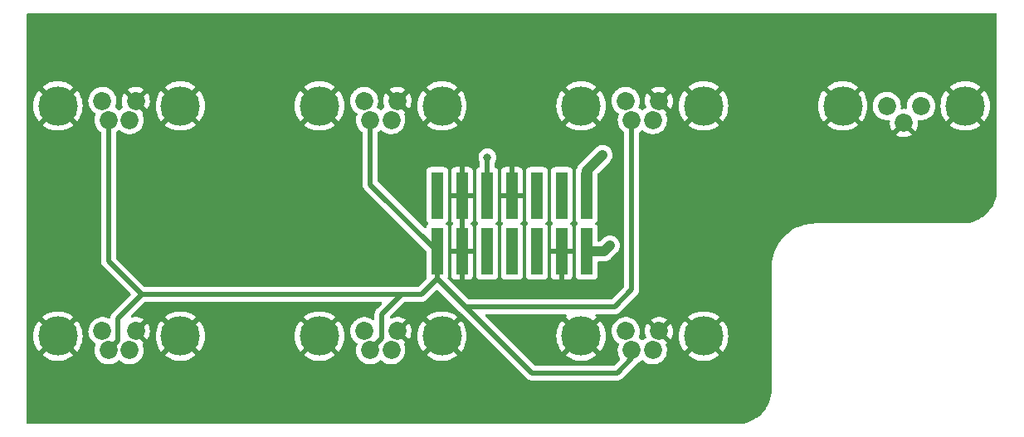
<source format=gbr>
%TF.GenerationSoftware,KiCad,Pcbnew,(6.0.7-1)-1*%
%TF.CreationDate,2022-11-03T21:10:23+11:00*%
%TF.ProjectId,case-connector,63617365-2d63-46f6-9e6e-6563746f722e,rev?*%
%TF.SameCoordinates,Original*%
%TF.FileFunction,Copper,L2,Bot*%
%TF.FilePolarity,Positive*%
%FSLAX46Y46*%
G04 Gerber Fmt 4.6, Leading zero omitted, Abs format (unit mm)*
G04 Created by KiCad (PCBNEW (6.0.7-1)-1) date 2022-11-03 21:10:23*
%MOMM*%
%LPD*%
G01*
G04 APERTURE LIST*
%TA.AperFunction,SMDPad,CuDef*%
%ADD10R,1.244600X4.749800*%
%TD*%
%TA.AperFunction,ComponentPad*%
%ADD11C,1.850000*%
%TD*%
%TA.AperFunction,ComponentPad*%
%ADD12C,4.016000*%
%TD*%
%TA.AperFunction,ViaPad*%
%ADD13C,0.800000*%
%TD*%
%TA.AperFunction,Conductor*%
%ADD14C,0.500000*%
%TD*%
%TA.AperFunction,Conductor*%
%ADD15C,1.000000*%
%TD*%
G04 APERTURE END LIST*
D10*
%TO.P,J8,1,1*%
%TO.N,unconnected-(J8-Pad1)*%
X103380000Y-71124999D03*
%TO.P,J8,2,2*%
%TO.N,SDI-12_DATA*%
X103380000Y-76875001D03*
%TO.P,J8,3,3*%
%TO.N,GND*%
X105920000Y-71124999D03*
%TO.P,J8,4,4*%
X105920000Y-76875001D03*
%TO.P,J8,5,5*%
%TO.N,+12V*%
X108460000Y-71124999D03*
%TO.P,J8,6,6*%
%TO.N,unconnected-(J8-Pad6)*%
X108460000Y-76875001D03*
%TO.P,J8,7,7*%
%TO.N,GND*%
X111000000Y-71124999D03*
%TO.P,J8,8,8*%
%TO.N,unconnected-(J8-Pad8)*%
X111000000Y-76875001D03*
%TO.P,J8,9,9*%
%TO.N,unconnected-(J8-Pad9)*%
X113540000Y-71124999D03*
%TO.P,J8,10,10*%
%TO.N,unconnected-(J8-Pad10)*%
X113540000Y-76875001D03*
%TO.P,J8,11,11*%
%TO.N,unconnected-(J8-Pad11)*%
X116080000Y-71124999D03*
%TO.P,J8,12,12*%
%TO.N,GND*%
X116080000Y-76875001D03*
%TO.P,J8,13,13*%
%TO.N,+3.3V*%
X118620000Y-71124999D03*
%TO.P,J8,14,14*%
%TO.N,Digital_Interrupt*%
X118620000Y-76875001D03*
%TD*%
D11*
%TO.P,J7,2,2*%
%TO.N,SDI-12_DATA*%
X69850000Y-63450000D03*
%TO.P,J7,4,4*%
%TO.N,unconnected-(J7-Pad4)*%
X72000000Y-63450000D03*
%TO.P,J7,1,1*%
%TO.N,+12V*%
X69225000Y-61500000D03*
%TO.P,J7,3,3*%
%TO.N,GND*%
X72625000Y-61500000D03*
D12*
%TO.P,J7,S1,SHIELD*%
X77175000Y-62000000D03*
%TO.P,J7,S2,SHIELD*%
X64675000Y-62000000D03*
%TD*%
%TO.P,J6,S2,SHIELD*%
%TO.N,GND*%
X91366666Y-85500000D03*
%TO.P,J6,S1,SHIELD*%
X103866666Y-85500000D03*
D11*
%TO.P,J6,3,3*%
X99316666Y-85000000D03*
%TO.P,J6,1,1*%
%TO.N,+12V*%
X95916666Y-85000000D03*
%TO.P,J6,4,4*%
%TO.N,unconnected-(J6-Pad4)*%
X98691666Y-86950000D03*
%TO.P,J6,2,2*%
%TO.N,SDI-12_DATA*%
X96541666Y-86950000D03*
%TD*%
D12*
%TO.P,J5,S2,SHIELD*%
%TO.N,GND*%
X91366666Y-62000000D03*
%TO.P,J5,S1,SHIELD*%
X103866666Y-62000000D03*
D11*
%TO.P,J5,3,3*%
X99316666Y-61500000D03*
%TO.P,J5,1,1*%
%TO.N,+12V*%
X95916666Y-61500000D03*
%TO.P,J5,4,4*%
%TO.N,unconnected-(J5-Pad4)*%
X98691666Y-63450000D03*
%TO.P,J5,2,2*%
%TO.N,SDI-12_DATA*%
X96541666Y-63450000D03*
%TD*%
D12*
%TO.P,J4,S2,SHIELD*%
%TO.N,GND*%
X144750000Y-62000000D03*
%TO.P,J4,S1,SHIELD*%
X157250000Y-62000000D03*
D11*
%TO.P,J4,3,3*%
%TO.N,Digital_Interrupt*%
X152750000Y-62000000D03*
%TO.P,J4,1,1*%
%TO.N,+3.3V*%
X149250000Y-62000000D03*
%TO.P,J4,4,4*%
%TO.N,GND*%
X151000000Y-63750000D03*
%TD*%
%TO.P,J3,2,2*%
%TO.N,SDI-12_DATA*%
X123233332Y-63450000D03*
%TO.P,J3,4,4*%
%TO.N,unconnected-(J3-Pad4)*%
X125383332Y-63450000D03*
%TO.P,J3,1,1*%
%TO.N,+12V*%
X122608332Y-61500000D03*
%TO.P,J3,3,3*%
%TO.N,GND*%
X126008332Y-61500000D03*
D12*
%TO.P,J3,S1,SHIELD*%
X130558332Y-62000000D03*
%TO.P,J3,S2,SHIELD*%
X118058332Y-62000000D03*
%TD*%
D11*
%TO.P,J2,2,2*%
%TO.N,SDI-12_DATA*%
X69850000Y-86950000D03*
%TO.P,J2,4,4*%
%TO.N,unconnected-(J2-Pad4)*%
X72000000Y-86950000D03*
%TO.P,J2,1,1*%
%TO.N,+12V*%
X69225000Y-85000000D03*
%TO.P,J2,3,3*%
%TO.N,GND*%
X72625000Y-85000000D03*
D12*
%TO.P,J2,S1,SHIELD*%
X77175000Y-85500000D03*
%TO.P,J2,S2,SHIELD*%
X64675000Y-85500000D03*
%TD*%
%TO.P,J1,S2,SHIELD*%
%TO.N,GND*%
X118058332Y-85500000D03*
%TO.P,J1,S1,SHIELD*%
X130558332Y-85500000D03*
D11*
%TO.P,J1,3,3*%
X126008332Y-85000000D03*
%TO.P,J1,1,1*%
%TO.N,+12V*%
X122608332Y-85000000D03*
%TO.P,J1,4,4*%
%TO.N,unconnected-(J1-Pad4)*%
X125383332Y-86950000D03*
%TO.P,J1,2,2*%
%TO.N,SDI-12_DATA*%
X123233332Y-86950000D03*
%TD*%
D13*
%TO.N,GND*%
X121000000Y-69500000D03*
X121000000Y-73500000D03*
%TO.N,Digital_Interrupt*%
X121000000Y-76250000D03*
%TO.N,+3.3V*%
X120250000Y-67000000D03*
%TO.N,+12V*%
X108500000Y-67250000D03*
%TD*%
D14*
%TO.N,SDI-12_DATA*%
X106250000Y-82500000D02*
X113000000Y-89250000D01*
X121750000Y-89250000D02*
X123233332Y-87766668D01*
X113000000Y-89250000D02*
X121750000Y-89250000D01*
X123233332Y-87766668D02*
X123233332Y-86950000D01*
D15*
%TO.N,Digital_Interrupt*%
X118620000Y-76875001D02*
X120374999Y-76875001D01*
X120374999Y-76875001D02*
X121000000Y-76250000D01*
%TO.N,+3.3V*%
X118620000Y-68630000D02*
X120250000Y-67000000D01*
X118620000Y-71124999D02*
X118620000Y-68630000D01*
D14*
%TO.N,SDI-12_DATA*%
X123233332Y-63450000D02*
X123233332Y-80766668D01*
X123233332Y-80766668D02*
X121500000Y-82500000D01*
X121500000Y-82500000D02*
X106250000Y-82500000D01*
X106250000Y-82500000D02*
X103380000Y-79630000D01*
X96541666Y-63450000D02*
X96541666Y-70036667D01*
X96541666Y-70036667D02*
X103380000Y-76875001D01*
X69850000Y-63450000D02*
X69850000Y-77850000D01*
X69850000Y-77850000D02*
X73250000Y-81250000D01*
X69850000Y-86950000D02*
X70775000Y-86025000D01*
X70775000Y-83725000D02*
X73250000Y-81250000D01*
X73250000Y-81250000D02*
X99750000Y-81250000D01*
X70775000Y-86025000D02*
X70775000Y-83725000D01*
X103380000Y-79630000D02*
X103380000Y-79620000D01*
X97750000Y-85691666D02*
X97750000Y-83250000D01*
X99750000Y-81250000D02*
X101750000Y-81250000D01*
X97750000Y-83250000D02*
X99750000Y-81250000D01*
X96541666Y-86900000D02*
X97750000Y-85691666D01*
X101750000Y-81250000D02*
X103380000Y-79620000D01*
X103380000Y-79620000D02*
X103380000Y-76875001D01*
%TO.N,+12V*%
X108500000Y-67250000D02*
X108500000Y-71084999D01*
X108500000Y-71084999D02*
X108460000Y-71124999D01*
%TD*%
%TA.AperFunction,Conductor*%
%TO.N,GND*%
G36*
X160433621Y-52528502D02*
G01*
X160480114Y-52582158D01*
X160491500Y-52634500D01*
X160491500Y-70450633D01*
X160490000Y-70470018D01*
X160486309Y-70493724D01*
X160487473Y-70502627D01*
X160487473Y-70502628D01*
X160488839Y-70513076D01*
X160489751Y-70535594D01*
X160487580Y-70579795D01*
X160474991Y-70836045D01*
X160473779Y-70848350D01*
X160425321Y-71175031D01*
X160422909Y-71187159D01*
X160342661Y-71507523D01*
X160339072Y-71519355D01*
X160227810Y-71830311D01*
X160223078Y-71841735D01*
X160081874Y-72140288D01*
X160076045Y-72151193D01*
X159906256Y-72434467D01*
X159899386Y-72444748D01*
X159702650Y-72710017D01*
X159694823Y-72719556D01*
X159473020Y-72964277D01*
X159464282Y-72973015D01*
X159219556Y-73194823D01*
X159210017Y-73202650D01*
X159015517Y-73346901D01*
X158944748Y-73399386D01*
X158934467Y-73406256D01*
X158792101Y-73491588D01*
X158651188Y-73576047D01*
X158640292Y-73581872D01*
X158505870Y-73645448D01*
X158341735Y-73723078D01*
X158330311Y-73727810D01*
X158019355Y-73839072D01*
X158007523Y-73842661D01*
X157904206Y-73868541D01*
X157687156Y-73922910D01*
X157675034Y-73925320D01*
X157348345Y-73973779D01*
X157336051Y-73974990D01*
X157042961Y-73989390D01*
X157017402Y-73988042D01*
X157006276Y-73986309D01*
X156974714Y-73990436D01*
X156958379Y-73991500D01*
X142053250Y-73991500D01*
X142032345Y-73989754D01*
X142017344Y-73987230D01*
X142017341Y-73987230D01*
X142012552Y-73986424D01*
X142006237Y-73986347D01*
X142004858Y-73986330D01*
X142004855Y-73986330D01*
X142000000Y-73986271D01*
X141995190Y-73986960D01*
X141992368Y-73987144D01*
X141984401Y-73987886D01*
X141609444Y-74004257D01*
X141609433Y-74004258D01*
X141606684Y-74004378D01*
X141411523Y-74030071D01*
X141219100Y-74055403D01*
X141219091Y-74055405D01*
X141216361Y-74055764D01*
X141213666Y-74056361D01*
X141213663Y-74056362D01*
X141011694Y-74101138D01*
X140832003Y-74140975D01*
X140829386Y-74141800D01*
X140829379Y-74141802D01*
X140459161Y-74258531D01*
X140459153Y-74258534D01*
X140456533Y-74259360D01*
X140159522Y-74382386D01*
X140097214Y-74408195D01*
X140092810Y-74410019D01*
X139743603Y-74591805D01*
X139411567Y-74803335D01*
X139409392Y-74805004D01*
X139101399Y-75041334D01*
X139101393Y-75041339D01*
X139099231Y-75042998D01*
X138808972Y-75308972D01*
X138542998Y-75599231D01*
X138541339Y-75601393D01*
X138541334Y-75601399D01*
X138434598Y-75740501D01*
X138303335Y-75911567D01*
X138091805Y-76243603D01*
X137910019Y-76592810D01*
X137908967Y-76595351D01*
X137908966Y-76595352D01*
X137899533Y-76618125D01*
X137759360Y-76956533D01*
X137758534Y-76959153D01*
X137758531Y-76959161D01*
X137641802Y-77329379D01*
X137640975Y-77332003D01*
X137640380Y-77334687D01*
X137575993Y-77625117D01*
X137555764Y-77716361D01*
X137555405Y-77719091D01*
X137555403Y-77719100D01*
X137539240Y-77841875D01*
X137504378Y-78106684D01*
X137504258Y-78109433D01*
X137504257Y-78109444D01*
X137488240Y-78476294D01*
X137487733Y-78481401D01*
X137487691Y-78484851D01*
X137486309Y-78493724D01*
X137487473Y-78502626D01*
X137487473Y-78502628D01*
X137490436Y-78525283D01*
X137491500Y-78541621D01*
X137491500Y-90872209D01*
X137490000Y-90891594D01*
X137487690Y-90906427D01*
X137487690Y-90906431D01*
X137486309Y-90915300D01*
X137487473Y-90924202D01*
X137487473Y-90924204D01*
X137488855Y-90934769D01*
X137489771Y-90957212D01*
X137475026Y-91261148D01*
X137473844Y-91273302D01*
X137425459Y-91603643D01*
X137423105Y-91615627D01*
X137342971Y-91939717D01*
X137339469Y-91951416D01*
X137228333Y-92266238D01*
X137223714Y-92277544D01*
X137082624Y-92580120D01*
X137076933Y-92590925D01*
X136907207Y-92878432D01*
X136900496Y-92888635D01*
X136703743Y-93158349D01*
X136696080Y-93167852D01*
X136474124Y-93417269D01*
X136465582Y-93425978D01*
X136220534Y-93652725D01*
X136211179Y-93660575D01*
X135945336Y-93862530D01*
X135935265Y-93869438D01*
X135651109Y-94044715D01*
X135640418Y-94050615D01*
X135340628Y-94197560D01*
X135329422Y-94202393D01*
X135016823Y-94319622D01*
X135005194Y-94323351D01*
X134858461Y-94362672D01*
X134682709Y-94409768D01*
X134670787Y-94412351D01*
X134435505Y-94451495D01*
X134341444Y-94467144D01*
X134329315Y-94468562D01*
X134033245Y-94488695D01*
X134007733Y-94487837D01*
X134006134Y-94487620D01*
X133996301Y-94486284D01*
X133987428Y-94487620D01*
X133987425Y-94487620D01*
X133970984Y-94490096D01*
X133952224Y-94491500D01*
X61634500Y-94491500D01*
X61566379Y-94471498D01*
X61519886Y-94417842D01*
X61508500Y-94365500D01*
X61508500Y-87451715D01*
X63087993Y-87451715D01*
X63096820Y-87463333D01*
X63320986Y-87626199D01*
X63327666Y-87630439D01*
X63598159Y-87779143D01*
X63605294Y-87782500D01*
X63892293Y-87896132D01*
X63899818Y-87898577D01*
X64198777Y-87975336D01*
X64206548Y-87976819D01*
X64512775Y-88015503D01*
X64520666Y-88016000D01*
X64829334Y-88016000D01*
X64837225Y-88015503D01*
X65143452Y-87976819D01*
X65151223Y-87975336D01*
X65450182Y-87898577D01*
X65457707Y-87896132D01*
X65744706Y-87782500D01*
X65751841Y-87779143D01*
X66022334Y-87630439D01*
X66029014Y-87626199D01*
X66253551Y-87463064D01*
X66261974Y-87452141D01*
X66255070Y-87439280D01*
X64687812Y-85872022D01*
X64673868Y-85864408D01*
X64672035Y-85864539D01*
X64665420Y-85868790D01*
X63094606Y-87439604D01*
X63087993Y-87451715D01*
X61508500Y-87451715D01*
X61508500Y-85503958D01*
X62154274Y-85503958D01*
X62173655Y-85811999D01*
X62174648Y-85819862D01*
X62232482Y-86123040D01*
X62234453Y-86130717D01*
X62329831Y-86424260D01*
X62332746Y-86431623D01*
X62464165Y-86710903D01*
X62467977Y-86717836D01*
X62633362Y-86978443D01*
X62638016Y-86984848D01*
X62713813Y-87076470D01*
X62726332Y-87084926D01*
X62737070Y-87078720D01*
X64302978Y-85512812D01*
X64309356Y-85501132D01*
X65039408Y-85501132D01*
X65039539Y-85502965D01*
X65043790Y-85509580D01*
X66611827Y-87077617D01*
X66625090Y-87084859D01*
X66635192Y-87077672D01*
X66711984Y-86984848D01*
X66716638Y-86978443D01*
X66882023Y-86717836D01*
X66885835Y-86710903D01*
X67017254Y-86431623D01*
X67020169Y-86424260D01*
X67115547Y-86130717D01*
X67117518Y-86123040D01*
X67175352Y-85819862D01*
X67176345Y-85811999D01*
X67195726Y-85503958D01*
X67195726Y-85496042D01*
X67176345Y-85188001D01*
X67175352Y-85180138D01*
X67134285Y-84964856D01*
X67787016Y-84964856D01*
X67787313Y-84970008D01*
X67787313Y-84970012D01*
X67800288Y-85195029D01*
X67800289Y-85195035D01*
X67800586Y-85200188D01*
X67852408Y-85430144D01*
X67854352Y-85434930D01*
X67854353Y-85434935D01*
X67923938Y-85606300D01*
X67941093Y-85648548D01*
X68064258Y-85849535D01*
X68218595Y-86027707D01*
X68399960Y-86178279D01*
X68404417Y-86180883D01*
X68404422Y-86180887D01*
X68480139Y-86225132D01*
X68528863Y-86276770D01*
X68541934Y-86346553D01*
X68530857Y-86386970D01*
X68513548Y-86424260D01*
X68500059Y-86453319D01*
X68437065Y-86680468D01*
X68412016Y-86914856D01*
X68412313Y-86920008D01*
X68412313Y-86920012D01*
X68425288Y-87145029D01*
X68425289Y-87145035D01*
X68425586Y-87150188D01*
X68477408Y-87380144D01*
X68479352Y-87384930D01*
X68479353Y-87384935D01*
X68519643Y-87484157D01*
X68566093Y-87598548D01*
X68689258Y-87799535D01*
X68843595Y-87977707D01*
X69024960Y-88128279D01*
X69029412Y-88130881D01*
X69029417Y-88130884D01*
X69224024Y-88244603D01*
X69228482Y-88247208D01*
X69448696Y-88331299D01*
X69453762Y-88332330D01*
X69453763Y-88332330D01*
X69481888Y-88338052D01*
X69679686Y-88378294D01*
X69812389Y-88383160D01*
X69910087Y-88386743D01*
X69910091Y-88386743D01*
X69915251Y-88386932D01*
X69920371Y-88386276D01*
X69920373Y-88386276D01*
X69993235Y-88376942D01*
X70149063Y-88356980D01*
X70154012Y-88355495D01*
X70154018Y-88355494D01*
X70285465Y-88316058D01*
X70374844Y-88289243D01*
X70586529Y-88185539D01*
X70590732Y-88182541D01*
X70590737Y-88182538D01*
X70774231Y-88051653D01*
X70774233Y-88051651D01*
X70778435Y-88048654D01*
X70833848Y-87993434D01*
X70896220Y-87959518D01*
X70967026Y-87964706D01*
X71003270Y-87985739D01*
X71174960Y-88128279D01*
X71179412Y-88130881D01*
X71179417Y-88130884D01*
X71374024Y-88244603D01*
X71378482Y-88247208D01*
X71598696Y-88331299D01*
X71603762Y-88332330D01*
X71603763Y-88332330D01*
X71631888Y-88338052D01*
X71829686Y-88378294D01*
X71962389Y-88383160D01*
X72060087Y-88386743D01*
X72060091Y-88386743D01*
X72065251Y-88386932D01*
X72070371Y-88386276D01*
X72070373Y-88386276D01*
X72143235Y-88376942D01*
X72299063Y-88356980D01*
X72304012Y-88355495D01*
X72304018Y-88355494D01*
X72435465Y-88316058D01*
X72524844Y-88289243D01*
X72736529Y-88185539D01*
X72740732Y-88182541D01*
X72740737Y-88182538D01*
X72924231Y-88051653D01*
X72924233Y-88051651D01*
X72928435Y-88048654D01*
X73095407Y-87882264D01*
X73141874Y-87817599D01*
X73229943Y-87695037D01*
X73232961Y-87690837D01*
X73337403Y-87479515D01*
X73345849Y-87451715D01*
X75587993Y-87451715D01*
X75596820Y-87463333D01*
X75820986Y-87626199D01*
X75827666Y-87630439D01*
X76098159Y-87779143D01*
X76105294Y-87782500D01*
X76392293Y-87896132D01*
X76399818Y-87898577D01*
X76698777Y-87975336D01*
X76706548Y-87976819D01*
X77012775Y-88015503D01*
X77020666Y-88016000D01*
X77329334Y-88016000D01*
X77337225Y-88015503D01*
X77643452Y-87976819D01*
X77651223Y-87975336D01*
X77950182Y-87898577D01*
X77957707Y-87896132D01*
X78244706Y-87782500D01*
X78251841Y-87779143D01*
X78522334Y-87630439D01*
X78529014Y-87626199D01*
X78753551Y-87463064D01*
X78761974Y-87452141D01*
X78761745Y-87451715D01*
X89779659Y-87451715D01*
X89788486Y-87463333D01*
X90012652Y-87626199D01*
X90019332Y-87630439D01*
X90289825Y-87779143D01*
X90296960Y-87782500D01*
X90583959Y-87896132D01*
X90591484Y-87898577D01*
X90890443Y-87975336D01*
X90898214Y-87976819D01*
X91204441Y-88015503D01*
X91212332Y-88016000D01*
X91521000Y-88016000D01*
X91528891Y-88015503D01*
X91835118Y-87976819D01*
X91842889Y-87975336D01*
X92141848Y-87898577D01*
X92149373Y-87896132D01*
X92436372Y-87782500D01*
X92443507Y-87779143D01*
X92714000Y-87630439D01*
X92720680Y-87626199D01*
X92945217Y-87463064D01*
X92953640Y-87452141D01*
X92946736Y-87439280D01*
X91379478Y-85872022D01*
X91365534Y-85864408D01*
X91363701Y-85864539D01*
X91357086Y-85868790D01*
X89786272Y-87439604D01*
X89779659Y-87451715D01*
X78761745Y-87451715D01*
X78755070Y-87439280D01*
X77187812Y-85872022D01*
X77173868Y-85864408D01*
X77172035Y-85864539D01*
X77165420Y-85868790D01*
X75594606Y-87439604D01*
X75587993Y-87451715D01*
X73345849Y-87451715D01*
X73405928Y-87253972D01*
X73406603Y-87248846D01*
X73436259Y-87023587D01*
X73436259Y-87023583D01*
X73436696Y-87020266D01*
X73436778Y-87016914D01*
X73438331Y-86953365D01*
X73438331Y-86953361D01*
X73438413Y-86950000D01*
X73432017Y-86872201D01*
X73419522Y-86720221D01*
X73419521Y-86720215D01*
X73419098Y-86715070D01*
X73361673Y-86486449D01*
X73318846Y-86387954D01*
X73310026Y-86317509D01*
X73340693Y-86253477D01*
X73361955Y-86236066D01*
X73361272Y-86235108D01*
X73428021Y-86187497D01*
X73436421Y-86176798D01*
X73429432Y-86163642D01*
X72354885Y-85089095D01*
X72320859Y-85026783D01*
X72322694Y-85001132D01*
X72989408Y-85001132D01*
X72989539Y-85002965D01*
X72993790Y-85009580D01*
X73789216Y-85805006D01*
X73801226Y-85811564D01*
X73812966Y-85802596D01*
X73854511Y-85744780D01*
X73859821Y-85735943D01*
X73959642Y-85533972D01*
X73963440Y-85524379D01*
X73969644Y-85503958D01*
X74654274Y-85503958D01*
X74673655Y-85811999D01*
X74674648Y-85819862D01*
X74732482Y-86123040D01*
X74734453Y-86130717D01*
X74829831Y-86424260D01*
X74832746Y-86431623D01*
X74964165Y-86710903D01*
X74967977Y-86717836D01*
X75133362Y-86978443D01*
X75138016Y-86984848D01*
X75213813Y-87076470D01*
X75226332Y-87084926D01*
X75237070Y-87078720D01*
X76802978Y-85512812D01*
X76809356Y-85501132D01*
X77539408Y-85501132D01*
X77539539Y-85502965D01*
X77543790Y-85509580D01*
X79111827Y-87077617D01*
X79125090Y-87084859D01*
X79135192Y-87077672D01*
X79211984Y-86984848D01*
X79216638Y-86978443D01*
X79382023Y-86717836D01*
X79385835Y-86710903D01*
X79517254Y-86431623D01*
X79520169Y-86424260D01*
X79615547Y-86130717D01*
X79617518Y-86123040D01*
X79675352Y-85819862D01*
X79676345Y-85811999D01*
X79695726Y-85503958D01*
X88845940Y-85503958D01*
X88865321Y-85811999D01*
X88866314Y-85819862D01*
X88924148Y-86123040D01*
X88926119Y-86130717D01*
X89021497Y-86424260D01*
X89024412Y-86431623D01*
X89155831Y-86710903D01*
X89159643Y-86717836D01*
X89325028Y-86978443D01*
X89329682Y-86984848D01*
X89405479Y-87076470D01*
X89417998Y-87084926D01*
X89428736Y-87078720D01*
X90994644Y-85512812D01*
X91001022Y-85501132D01*
X91731074Y-85501132D01*
X91731205Y-85502965D01*
X91735456Y-85509580D01*
X93303493Y-87077617D01*
X93316756Y-87084859D01*
X93326858Y-87077672D01*
X93403650Y-86984848D01*
X93408304Y-86978443D01*
X93573689Y-86717836D01*
X93577501Y-86710903D01*
X93708920Y-86431623D01*
X93711835Y-86424260D01*
X93807213Y-86130717D01*
X93809184Y-86123040D01*
X93867018Y-85819862D01*
X93868011Y-85811999D01*
X93887392Y-85503958D01*
X93887392Y-85496042D01*
X93868011Y-85188001D01*
X93867018Y-85180138D01*
X93809184Y-84876960D01*
X93807213Y-84869283D01*
X93711835Y-84575740D01*
X93708920Y-84568377D01*
X93577501Y-84289097D01*
X93573689Y-84282164D01*
X93408304Y-84021557D01*
X93403650Y-84015152D01*
X93327853Y-83923530D01*
X93315334Y-83915074D01*
X93304596Y-83921280D01*
X91738688Y-85487188D01*
X91731074Y-85501132D01*
X91001022Y-85501132D01*
X91002258Y-85498868D01*
X91002127Y-85497035D01*
X90997876Y-85490420D01*
X89429839Y-83922383D01*
X89416576Y-83915141D01*
X89406474Y-83922328D01*
X89329682Y-84015152D01*
X89325028Y-84021557D01*
X89159643Y-84282164D01*
X89155831Y-84289097D01*
X89024412Y-84568377D01*
X89021497Y-84575740D01*
X88926119Y-84869283D01*
X88924148Y-84876960D01*
X88866314Y-85180138D01*
X88865321Y-85188001D01*
X88845940Y-85496042D01*
X88845940Y-85503958D01*
X79695726Y-85503958D01*
X79695726Y-85496042D01*
X79676345Y-85188001D01*
X79675352Y-85180138D01*
X79617518Y-84876960D01*
X79615547Y-84869283D01*
X79520169Y-84575740D01*
X79517254Y-84568377D01*
X79385835Y-84289097D01*
X79382023Y-84282164D01*
X79216638Y-84021557D01*
X79211984Y-84015152D01*
X79136187Y-83923530D01*
X79123668Y-83915074D01*
X79112930Y-83921280D01*
X77547022Y-85487188D01*
X77539408Y-85501132D01*
X76809356Y-85501132D01*
X76810592Y-85498868D01*
X76810461Y-85497035D01*
X76806210Y-85490420D01*
X75238173Y-83922383D01*
X75224910Y-83915141D01*
X75214808Y-83922328D01*
X75138016Y-84015152D01*
X75133362Y-84021557D01*
X74967977Y-84282164D01*
X74964165Y-84289097D01*
X74832746Y-84568377D01*
X74829831Y-84575740D01*
X74734453Y-84869283D01*
X74732482Y-84876960D01*
X74674648Y-85180138D01*
X74673655Y-85188001D01*
X74654274Y-85496042D01*
X74654274Y-85503958D01*
X73969644Y-85503958D01*
X74028935Y-85308810D01*
X74031112Y-85298740D01*
X74060757Y-85073564D01*
X74061276Y-85066889D01*
X74062829Y-85003364D01*
X74062635Y-84996646D01*
X74044027Y-84770313D01*
X74042342Y-84760133D01*
X73987456Y-84541623D01*
X73984136Y-84531872D01*
X73894296Y-84325251D01*
X73889430Y-84316176D01*
X73812304Y-84196959D01*
X73801618Y-84187755D01*
X73792051Y-84192159D01*
X72997022Y-84987188D01*
X72989408Y-85001132D01*
X72322694Y-85001132D01*
X72325924Y-84955968D01*
X72354885Y-84910905D01*
X73431790Y-83834000D01*
X73438811Y-83821143D01*
X73431038Y-83810475D01*
X73424786Y-83805538D01*
X73416205Y-83799836D01*
X73218955Y-83690948D01*
X73209560Y-83686727D01*
X72997180Y-83611519D01*
X72987217Y-83608887D01*
X72765407Y-83569376D01*
X72755156Y-83568407D01*
X72529866Y-83565655D01*
X72519582Y-83566375D01*
X72293512Y-83600968D01*
X72223149Y-83591500D01*
X72171854Y-83547859D01*
X75588026Y-83547859D01*
X75594930Y-83560720D01*
X77162188Y-85127978D01*
X77176132Y-85135592D01*
X77177965Y-85135461D01*
X77184580Y-85131210D01*
X78755394Y-83560396D01*
X78762007Y-83548285D01*
X78761683Y-83547859D01*
X89779692Y-83547859D01*
X89786596Y-83560720D01*
X91353854Y-85127978D01*
X91367798Y-85135592D01*
X91369631Y-85135461D01*
X91376246Y-85131210D01*
X92947060Y-83560396D01*
X92953673Y-83548285D01*
X92944846Y-83536667D01*
X92720680Y-83373801D01*
X92714000Y-83369561D01*
X92443507Y-83220857D01*
X92436372Y-83217500D01*
X92149373Y-83103868D01*
X92141848Y-83101423D01*
X91842889Y-83024664D01*
X91835118Y-83023181D01*
X91528891Y-82984497D01*
X91521000Y-82984000D01*
X91212332Y-82984000D01*
X91204441Y-82984497D01*
X90898214Y-83023181D01*
X90890443Y-83024664D01*
X90591484Y-83101423D01*
X90583959Y-83103868D01*
X90296960Y-83217500D01*
X90289825Y-83220857D01*
X90019332Y-83369561D01*
X90012652Y-83373801D01*
X89788115Y-83536936D01*
X89779692Y-83547859D01*
X78761683Y-83547859D01*
X78753180Y-83536667D01*
X78529014Y-83373801D01*
X78522334Y-83369561D01*
X78251841Y-83220857D01*
X78244706Y-83217500D01*
X77957707Y-83103868D01*
X77950182Y-83101423D01*
X77651223Y-83024664D01*
X77643452Y-83023181D01*
X77337225Y-82984497D01*
X77329334Y-82984000D01*
X77020666Y-82984000D01*
X77012775Y-82984497D01*
X76706548Y-83023181D01*
X76698777Y-83024664D01*
X76399818Y-83101423D01*
X76392293Y-83103868D01*
X76105294Y-83217500D01*
X76098159Y-83220857D01*
X75827666Y-83369561D01*
X75820986Y-83373801D01*
X75596449Y-83536936D01*
X75588026Y-83547859D01*
X72171854Y-83547859D01*
X72169075Y-83545495D01*
X72148458Y-83477557D01*
X72167843Y-83409259D01*
X72185358Y-83387323D01*
X73527276Y-82045405D01*
X73589588Y-82011379D01*
X73616371Y-82008500D01*
X97614629Y-82008500D01*
X97682750Y-82028502D01*
X97729243Y-82082158D01*
X97739347Y-82152432D01*
X97709853Y-82217012D01*
X97703724Y-82223595D01*
X97261089Y-82666230D01*
X97246677Y-82678616D01*
X97235082Y-82687149D01*
X97235077Y-82687154D01*
X97229182Y-82691492D01*
X97224443Y-82697070D01*
X97224440Y-82697073D01*
X97194965Y-82731768D01*
X97188035Y-82739284D01*
X97182340Y-82744979D01*
X97180060Y-82747861D01*
X97164719Y-82767251D01*
X97161928Y-82770655D01*
X97119409Y-82820703D01*
X97114667Y-82826285D01*
X97111339Y-82832801D01*
X97107972Y-82837850D01*
X97104805Y-82842979D01*
X97100266Y-82848716D01*
X97069345Y-82914875D01*
X97067442Y-82918769D01*
X97034231Y-82983808D01*
X97032492Y-82990916D01*
X97030393Y-82996559D01*
X97028476Y-83002322D01*
X97025378Y-83008950D01*
X97023888Y-83016112D01*
X97023888Y-83016113D01*
X97010514Y-83080412D01*
X97009544Y-83084696D01*
X96992192Y-83155610D01*
X96991500Y-83166764D01*
X96991464Y-83166762D01*
X96991225Y-83170755D01*
X96990851Y-83174947D01*
X96989360Y-83182115D01*
X96989558Y-83189432D01*
X96991454Y-83259521D01*
X96991500Y-83262928D01*
X96991500Y-83762056D01*
X96971498Y-83830177D01*
X96917842Y-83876670D01*
X96847568Y-83886774D01*
X96787408Y-83860938D01*
X96716727Y-83805117D01*
X96716723Y-83805115D01*
X96712672Y-83801915D01*
X96506305Y-83687995D01*
X96501436Y-83686271D01*
X96501432Y-83686269D01*
X96288977Y-83611035D01*
X96288973Y-83611034D01*
X96284102Y-83609309D01*
X96279009Y-83608402D01*
X96279006Y-83608401D01*
X96057122Y-83568877D01*
X96057116Y-83568876D01*
X96052033Y-83567971D01*
X95961189Y-83566861D01*
X95821496Y-83565154D01*
X95821494Y-83565154D01*
X95816327Y-83565091D01*
X95583317Y-83600747D01*
X95359259Y-83673980D01*
X95150170Y-83782825D01*
X95146037Y-83785928D01*
X95146034Y-83785930D01*
X94965801Y-83921253D01*
X94961666Y-83924358D01*
X94798809Y-84094777D01*
X94665973Y-84289508D01*
X94663799Y-84294192D01*
X94663797Y-84294195D01*
X94649382Y-84325251D01*
X94566725Y-84503319D01*
X94503731Y-84730468D01*
X94503182Y-84735605D01*
X94479632Y-84955968D01*
X94478682Y-84964856D01*
X94478979Y-84970008D01*
X94478979Y-84970012D01*
X94491954Y-85195029D01*
X94491955Y-85195035D01*
X94492252Y-85200188D01*
X94544074Y-85430144D01*
X94546018Y-85434930D01*
X94546019Y-85434935D01*
X94615604Y-85606300D01*
X94632759Y-85648548D01*
X94755924Y-85849535D01*
X94910261Y-86027707D01*
X95091626Y-86178279D01*
X95096083Y-86180883D01*
X95096088Y-86180887D01*
X95171805Y-86225132D01*
X95220529Y-86276770D01*
X95233600Y-86346553D01*
X95222523Y-86386970D01*
X95205214Y-86424260D01*
X95191725Y-86453319D01*
X95128731Y-86680468D01*
X95103682Y-86914856D01*
X95103979Y-86920008D01*
X95103979Y-86920012D01*
X95116954Y-87145029D01*
X95116955Y-87145035D01*
X95117252Y-87150188D01*
X95169074Y-87380144D01*
X95171018Y-87384930D01*
X95171019Y-87384935D01*
X95211309Y-87484157D01*
X95257759Y-87598548D01*
X95380924Y-87799535D01*
X95535261Y-87977707D01*
X95716626Y-88128279D01*
X95721078Y-88130881D01*
X95721083Y-88130884D01*
X95915690Y-88244603D01*
X95920148Y-88247208D01*
X96140362Y-88331299D01*
X96145428Y-88332330D01*
X96145429Y-88332330D01*
X96173554Y-88338052D01*
X96371352Y-88378294D01*
X96504055Y-88383160D01*
X96601753Y-88386743D01*
X96601757Y-88386743D01*
X96606917Y-88386932D01*
X96612037Y-88386276D01*
X96612039Y-88386276D01*
X96684901Y-88376942D01*
X96840729Y-88356980D01*
X96845678Y-88355495D01*
X96845684Y-88355494D01*
X96977131Y-88316058D01*
X97066510Y-88289243D01*
X97278195Y-88185539D01*
X97282398Y-88182541D01*
X97282403Y-88182538D01*
X97465897Y-88051653D01*
X97465899Y-88051651D01*
X97470101Y-88048654D01*
X97525514Y-87993434D01*
X97587886Y-87959518D01*
X97658692Y-87964706D01*
X97694936Y-87985739D01*
X97866626Y-88128279D01*
X97871078Y-88130881D01*
X97871083Y-88130884D01*
X98065690Y-88244603D01*
X98070148Y-88247208D01*
X98290362Y-88331299D01*
X98295428Y-88332330D01*
X98295429Y-88332330D01*
X98323554Y-88338052D01*
X98521352Y-88378294D01*
X98654055Y-88383160D01*
X98751753Y-88386743D01*
X98751757Y-88386743D01*
X98756917Y-88386932D01*
X98762037Y-88386276D01*
X98762039Y-88386276D01*
X98834901Y-88376942D01*
X98990729Y-88356980D01*
X98995678Y-88355495D01*
X98995684Y-88355494D01*
X99127131Y-88316058D01*
X99216510Y-88289243D01*
X99428195Y-88185539D01*
X99432398Y-88182541D01*
X99432403Y-88182538D01*
X99615897Y-88051653D01*
X99615899Y-88051651D01*
X99620101Y-88048654D01*
X99787073Y-87882264D01*
X99833540Y-87817599D01*
X99921609Y-87695037D01*
X99924627Y-87690837D01*
X100029069Y-87479515D01*
X100037515Y-87451715D01*
X102279659Y-87451715D01*
X102288486Y-87463333D01*
X102512652Y-87626199D01*
X102519332Y-87630439D01*
X102789825Y-87779143D01*
X102796960Y-87782500D01*
X103083959Y-87896132D01*
X103091484Y-87898577D01*
X103390443Y-87975336D01*
X103398214Y-87976819D01*
X103704441Y-88015503D01*
X103712332Y-88016000D01*
X104021000Y-88016000D01*
X104028891Y-88015503D01*
X104335118Y-87976819D01*
X104342889Y-87975336D01*
X104641848Y-87898577D01*
X104649373Y-87896132D01*
X104936372Y-87782500D01*
X104943507Y-87779143D01*
X105214000Y-87630439D01*
X105220680Y-87626199D01*
X105445217Y-87463064D01*
X105453640Y-87452141D01*
X105446736Y-87439280D01*
X103879478Y-85872022D01*
X103865534Y-85864408D01*
X103863701Y-85864539D01*
X103857086Y-85868790D01*
X102286272Y-87439604D01*
X102279659Y-87451715D01*
X100037515Y-87451715D01*
X100097594Y-87253972D01*
X100098269Y-87248846D01*
X100127925Y-87023587D01*
X100127925Y-87023583D01*
X100128362Y-87020266D01*
X100128444Y-87016914D01*
X100129997Y-86953365D01*
X100129997Y-86953361D01*
X100130079Y-86950000D01*
X100123683Y-86872201D01*
X100111188Y-86720221D01*
X100111187Y-86720215D01*
X100110764Y-86715070D01*
X100053339Y-86486449D01*
X100010512Y-86387954D01*
X100001692Y-86317509D01*
X100032359Y-86253477D01*
X100053621Y-86236066D01*
X100052938Y-86235108D01*
X100119687Y-86187497D01*
X100128087Y-86176798D01*
X100121098Y-86163642D01*
X99046551Y-85089095D01*
X99012525Y-85026783D01*
X99014360Y-85001132D01*
X99681074Y-85001132D01*
X99681205Y-85002965D01*
X99685456Y-85009580D01*
X100480882Y-85805006D01*
X100492892Y-85811564D01*
X100504632Y-85802596D01*
X100546177Y-85744780D01*
X100551487Y-85735943D01*
X100651308Y-85533972D01*
X100655106Y-85524379D01*
X100661310Y-85503958D01*
X101345940Y-85503958D01*
X101365321Y-85811999D01*
X101366314Y-85819862D01*
X101424148Y-86123040D01*
X101426119Y-86130717D01*
X101521497Y-86424260D01*
X101524412Y-86431623D01*
X101655831Y-86710903D01*
X101659643Y-86717836D01*
X101825028Y-86978443D01*
X101829682Y-86984848D01*
X101905479Y-87076470D01*
X101917998Y-87084926D01*
X101928736Y-87078720D01*
X103494644Y-85512812D01*
X103501022Y-85501132D01*
X104231074Y-85501132D01*
X104231205Y-85502965D01*
X104235456Y-85509580D01*
X105803493Y-87077617D01*
X105816756Y-87084859D01*
X105826858Y-87077672D01*
X105903650Y-86984848D01*
X105908304Y-86978443D01*
X106073689Y-86717836D01*
X106077501Y-86710903D01*
X106208920Y-86431623D01*
X106211835Y-86424260D01*
X106307213Y-86130717D01*
X106309184Y-86123040D01*
X106367018Y-85819862D01*
X106368011Y-85811999D01*
X106387392Y-85503958D01*
X106387392Y-85496042D01*
X106368011Y-85188001D01*
X106367018Y-85180138D01*
X106309184Y-84876960D01*
X106307213Y-84869283D01*
X106211835Y-84575740D01*
X106208920Y-84568377D01*
X106077501Y-84289097D01*
X106073689Y-84282164D01*
X105908304Y-84021557D01*
X105903650Y-84015152D01*
X105827853Y-83923530D01*
X105815334Y-83915074D01*
X105804596Y-83921280D01*
X104238688Y-85487188D01*
X104231074Y-85501132D01*
X103501022Y-85501132D01*
X103502258Y-85498868D01*
X103502127Y-85497035D01*
X103497876Y-85490420D01*
X101929839Y-83922383D01*
X101916576Y-83915141D01*
X101906474Y-83922328D01*
X101829682Y-84015152D01*
X101825028Y-84021557D01*
X101659643Y-84282164D01*
X101655831Y-84289097D01*
X101524412Y-84568377D01*
X101521497Y-84575740D01*
X101426119Y-84869283D01*
X101424148Y-84876960D01*
X101366314Y-85180138D01*
X101365321Y-85188001D01*
X101345940Y-85496042D01*
X101345940Y-85503958D01*
X100661310Y-85503958D01*
X100720601Y-85308810D01*
X100722778Y-85298740D01*
X100752423Y-85073564D01*
X100752942Y-85066889D01*
X100754495Y-85003364D01*
X100754301Y-84996646D01*
X100735693Y-84770313D01*
X100734008Y-84760133D01*
X100679122Y-84541623D01*
X100675802Y-84531872D01*
X100585962Y-84325251D01*
X100581096Y-84316176D01*
X100503970Y-84196959D01*
X100493284Y-84187755D01*
X100483717Y-84192159D01*
X99688688Y-84987188D01*
X99681074Y-85001132D01*
X99014360Y-85001132D01*
X99017590Y-84955968D01*
X99046551Y-84910905D01*
X100123456Y-83834000D01*
X100130477Y-83821143D01*
X100122704Y-83810475D01*
X100116452Y-83805538D01*
X100107871Y-83799836D01*
X99910621Y-83690948D01*
X99901226Y-83686727D01*
X99688846Y-83611519D01*
X99678883Y-83608887D01*
X99457073Y-83569376D01*
X99446822Y-83568407D01*
X99221532Y-83565655D01*
X99211248Y-83566375D01*
X98988545Y-83600453D01*
X98978518Y-83602842D01*
X98764371Y-83672836D01*
X98754871Y-83676829D01*
X98732167Y-83688648D01*
X98662507Y-83702360D01*
X98596492Y-83676234D01*
X98555081Y-83618566D01*
X98551432Y-83547859D01*
X102279692Y-83547859D01*
X102286596Y-83560720D01*
X103853854Y-85127978D01*
X103867798Y-85135592D01*
X103869631Y-85135461D01*
X103876246Y-85131210D01*
X105447060Y-83560396D01*
X105453673Y-83548285D01*
X105444846Y-83536667D01*
X105220680Y-83373801D01*
X105214000Y-83369561D01*
X104943507Y-83220857D01*
X104936372Y-83217500D01*
X104649373Y-83103868D01*
X104641848Y-83101423D01*
X104342889Y-83024664D01*
X104335118Y-83023181D01*
X104028891Y-82984497D01*
X104021000Y-82984000D01*
X103712332Y-82984000D01*
X103704441Y-82984497D01*
X103398214Y-83023181D01*
X103390443Y-83024664D01*
X103091484Y-83101423D01*
X103083959Y-83103868D01*
X102796960Y-83217500D01*
X102789825Y-83220857D01*
X102519332Y-83369561D01*
X102512652Y-83373801D01*
X102288115Y-83536936D01*
X102279692Y-83547859D01*
X98551432Y-83547859D01*
X98551422Y-83547664D01*
X98584892Y-83487789D01*
X100027276Y-82045405D01*
X100089588Y-82011379D01*
X100116371Y-82008500D01*
X101682930Y-82008500D01*
X101701880Y-82009933D01*
X101716115Y-82012099D01*
X101716119Y-82012099D01*
X101723349Y-82013199D01*
X101730641Y-82012606D01*
X101730644Y-82012606D01*
X101776018Y-82008915D01*
X101786233Y-82008500D01*
X101794293Y-82008500D01*
X101807583Y-82006951D01*
X101822507Y-82005211D01*
X101826882Y-82004778D01*
X101892339Y-81999454D01*
X101892342Y-81999453D01*
X101899637Y-81998860D01*
X101906601Y-81996604D01*
X101912560Y-81995413D01*
X101918415Y-81994029D01*
X101925681Y-81993182D01*
X101994327Y-81968265D01*
X101998455Y-81966848D01*
X102060936Y-81946607D01*
X102060938Y-81946606D01*
X102067899Y-81944351D01*
X102074154Y-81940555D01*
X102079628Y-81938049D01*
X102085058Y-81935330D01*
X102091937Y-81932833D01*
X102152976Y-81892814D01*
X102156680Y-81890477D01*
X102219107Y-81852595D01*
X102227484Y-81845197D01*
X102227508Y-81845224D01*
X102230500Y-81842571D01*
X102233733Y-81839868D01*
X102239852Y-81835856D01*
X102293128Y-81779617D01*
X102295506Y-81777175D01*
X103285905Y-80786776D01*
X103348217Y-80752750D01*
X103419032Y-80757815D01*
X103464095Y-80786776D01*
X105666230Y-82988911D01*
X105678616Y-83003323D01*
X105687149Y-83014918D01*
X105687154Y-83014923D01*
X105691492Y-83020818D01*
X105697070Y-83025557D01*
X105697073Y-83025560D01*
X105731768Y-83055035D01*
X105739284Y-83061965D01*
X112416230Y-89738911D01*
X112428616Y-89753323D01*
X112437149Y-89764918D01*
X112437154Y-89764923D01*
X112441492Y-89770818D01*
X112447070Y-89775557D01*
X112447073Y-89775560D01*
X112481768Y-89805035D01*
X112489284Y-89811965D01*
X112494980Y-89817661D01*
X112497841Y-89819924D01*
X112497846Y-89819929D01*
X112517266Y-89835293D01*
X112520667Y-89838082D01*
X112576285Y-89885333D01*
X112582805Y-89888662D01*
X112587852Y-89892028D01*
X112592976Y-89895193D01*
X112598717Y-89899735D01*
X112605348Y-89902834D01*
X112605351Y-89902836D01*
X112652723Y-89924976D01*
X112660949Y-89928820D01*
X112664830Y-89930634D01*
X112668776Y-89932562D01*
X112733808Y-89965769D01*
X112740914Y-89967508D01*
X112746564Y-89969609D01*
X112752321Y-89971524D01*
X112758950Y-89974622D01*
X112830435Y-89989491D01*
X112834701Y-89990457D01*
X112905610Y-90007808D01*
X112911212Y-90008156D01*
X112911215Y-90008156D01*
X112916764Y-90008500D01*
X112916762Y-90008535D01*
X112920734Y-90008775D01*
X112924955Y-90009152D01*
X112932115Y-90010641D01*
X113009542Y-90008546D01*
X113012950Y-90008500D01*
X121682930Y-90008500D01*
X121701880Y-90009933D01*
X121716115Y-90012099D01*
X121716119Y-90012099D01*
X121723349Y-90013199D01*
X121730641Y-90012606D01*
X121730644Y-90012606D01*
X121776018Y-90008915D01*
X121786233Y-90008500D01*
X121794293Y-90008500D01*
X121811680Y-90006473D01*
X121822507Y-90005211D01*
X121826882Y-90004778D01*
X121892339Y-89999454D01*
X121892342Y-89999453D01*
X121899637Y-89998860D01*
X121906601Y-89996604D01*
X121912560Y-89995413D01*
X121918415Y-89994029D01*
X121925681Y-89993182D01*
X121994327Y-89968265D01*
X121998455Y-89966848D01*
X122060936Y-89946607D01*
X122060938Y-89946606D01*
X122067899Y-89944351D01*
X122074154Y-89940555D01*
X122079628Y-89938049D01*
X122085058Y-89935330D01*
X122091937Y-89932833D01*
X122137690Y-89902836D01*
X122152976Y-89892814D01*
X122156680Y-89890477D01*
X122219107Y-89852595D01*
X122227484Y-89845197D01*
X122227508Y-89845224D01*
X122230500Y-89842571D01*
X122233733Y-89839868D01*
X122239852Y-89835856D01*
X122293128Y-89779617D01*
X122295506Y-89777175D01*
X123722243Y-88350438D01*
X123736655Y-88338052D01*
X123748250Y-88329519D01*
X123748255Y-88329514D01*
X123754150Y-88325176D01*
X123786567Y-88287019D01*
X123827152Y-88255452D01*
X123969861Y-88185539D01*
X123974066Y-88182539D01*
X123974072Y-88182536D01*
X124157563Y-88051653D01*
X124157565Y-88051651D01*
X124161767Y-88048654D01*
X124217180Y-87993434D01*
X124279552Y-87959518D01*
X124350358Y-87964706D01*
X124386602Y-87985739D01*
X124558292Y-88128279D01*
X124562744Y-88130881D01*
X124562749Y-88130884D01*
X124757356Y-88244603D01*
X124761814Y-88247208D01*
X124982028Y-88331299D01*
X124987094Y-88332330D01*
X124987095Y-88332330D01*
X125015220Y-88338052D01*
X125213018Y-88378294D01*
X125345721Y-88383160D01*
X125443419Y-88386743D01*
X125443423Y-88386743D01*
X125448583Y-88386932D01*
X125453703Y-88386276D01*
X125453705Y-88386276D01*
X125526567Y-88376942D01*
X125682395Y-88356980D01*
X125687344Y-88355495D01*
X125687350Y-88355494D01*
X125818797Y-88316058D01*
X125908176Y-88289243D01*
X126119861Y-88185539D01*
X126124064Y-88182541D01*
X126124069Y-88182538D01*
X126307563Y-88051653D01*
X126307565Y-88051651D01*
X126311767Y-88048654D01*
X126478739Y-87882264D01*
X126525206Y-87817599D01*
X126613275Y-87695037D01*
X126616293Y-87690837D01*
X126720735Y-87479515D01*
X126729181Y-87451715D01*
X128971325Y-87451715D01*
X128980152Y-87463333D01*
X129204318Y-87626199D01*
X129210998Y-87630439D01*
X129481491Y-87779143D01*
X129488626Y-87782500D01*
X129775625Y-87896132D01*
X129783150Y-87898577D01*
X130082109Y-87975336D01*
X130089880Y-87976819D01*
X130396107Y-88015503D01*
X130403998Y-88016000D01*
X130712666Y-88016000D01*
X130720557Y-88015503D01*
X131026784Y-87976819D01*
X131034555Y-87975336D01*
X131333514Y-87898577D01*
X131341039Y-87896132D01*
X131628038Y-87782500D01*
X131635173Y-87779143D01*
X131905666Y-87630439D01*
X131912346Y-87626199D01*
X132136883Y-87463064D01*
X132145306Y-87452141D01*
X132138402Y-87439280D01*
X130571144Y-85872022D01*
X130557200Y-85864408D01*
X130555367Y-85864539D01*
X130548752Y-85868790D01*
X128977938Y-87439604D01*
X128971325Y-87451715D01*
X126729181Y-87451715D01*
X126789260Y-87253972D01*
X126789935Y-87248846D01*
X126819591Y-87023587D01*
X126819591Y-87023583D01*
X126820028Y-87020266D01*
X126820110Y-87016914D01*
X126821663Y-86953365D01*
X126821663Y-86953361D01*
X126821745Y-86950000D01*
X126815349Y-86872201D01*
X126802854Y-86720221D01*
X126802853Y-86720215D01*
X126802430Y-86715070D01*
X126745005Y-86486449D01*
X126702178Y-86387954D01*
X126693358Y-86317509D01*
X126724025Y-86253477D01*
X126745287Y-86236066D01*
X126744604Y-86235108D01*
X126811353Y-86187497D01*
X126819753Y-86176798D01*
X126812764Y-86163642D01*
X125650254Y-85001132D01*
X126372740Y-85001132D01*
X126372871Y-85002965D01*
X126377122Y-85009580D01*
X127172548Y-85805006D01*
X127184558Y-85811564D01*
X127196298Y-85802596D01*
X127237843Y-85744780D01*
X127243153Y-85735943D01*
X127342974Y-85533972D01*
X127346772Y-85524379D01*
X127352976Y-85503958D01*
X128037606Y-85503958D01*
X128056987Y-85811999D01*
X128057980Y-85819862D01*
X128115814Y-86123040D01*
X128117785Y-86130717D01*
X128213163Y-86424260D01*
X128216078Y-86431623D01*
X128347497Y-86710903D01*
X128351309Y-86717836D01*
X128516694Y-86978443D01*
X128521348Y-86984848D01*
X128597145Y-87076470D01*
X128609664Y-87084926D01*
X128620402Y-87078720D01*
X130186310Y-85512812D01*
X130192688Y-85501132D01*
X130922740Y-85501132D01*
X130922871Y-85502965D01*
X130927122Y-85509580D01*
X132495159Y-87077617D01*
X132508422Y-87084859D01*
X132518524Y-87077672D01*
X132595316Y-86984848D01*
X132599970Y-86978443D01*
X132765355Y-86717836D01*
X132769167Y-86710903D01*
X132900586Y-86431623D01*
X132903501Y-86424260D01*
X132998879Y-86130717D01*
X133000850Y-86123040D01*
X133058684Y-85819862D01*
X133059677Y-85811999D01*
X133079058Y-85503958D01*
X133079058Y-85496042D01*
X133059677Y-85188001D01*
X133058684Y-85180138D01*
X133000850Y-84876960D01*
X132998879Y-84869283D01*
X132903501Y-84575740D01*
X132900586Y-84568377D01*
X132769167Y-84289097D01*
X132765355Y-84282164D01*
X132599970Y-84021557D01*
X132595316Y-84015152D01*
X132519519Y-83923530D01*
X132507000Y-83915074D01*
X132496262Y-83921280D01*
X130930354Y-85487188D01*
X130922740Y-85501132D01*
X130192688Y-85501132D01*
X130193924Y-85498868D01*
X130193793Y-85497035D01*
X130189542Y-85490420D01*
X128621505Y-83922383D01*
X128608242Y-83915141D01*
X128598140Y-83922328D01*
X128521348Y-84015152D01*
X128516694Y-84021557D01*
X128351309Y-84282164D01*
X128347497Y-84289097D01*
X128216078Y-84568377D01*
X128213163Y-84575740D01*
X128117785Y-84869283D01*
X128115814Y-84876960D01*
X128057980Y-85180138D01*
X128056987Y-85188001D01*
X128037606Y-85496042D01*
X128037606Y-85503958D01*
X127352976Y-85503958D01*
X127412267Y-85308810D01*
X127414444Y-85298740D01*
X127444089Y-85073564D01*
X127444608Y-85066889D01*
X127446161Y-85003364D01*
X127445967Y-84996646D01*
X127427359Y-84770313D01*
X127425674Y-84760133D01*
X127370788Y-84541623D01*
X127367468Y-84531872D01*
X127277628Y-84325251D01*
X127272762Y-84316176D01*
X127195636Y-84196959D01*
X127184950Y-84187755D01*
X127175383Y-84192159D01*
X126380354Y-84987188D01*
X126372740Y-85001132D01*
X125650254Y-85001132D01*
X124844207Y-84195085D01*
X124832671Y-84188785D01*
X124820389Y-84198408D01*
X124760989Y-84285485D01*
X124755900Y-84294444D01*
X124661038Y-84498807D01*
X124657481Y-84508475D01*
X124597272Y-84725580D01*
X124595341Y-84735699D01*
X124571399Y-84959736D01*
X124571147Y-84970025D01*
X124584118Y-85194960D01*
X124585551Y-85205162D01*
X124635081Y-85424945D01*
X124638164Y-85434785D01*
X124691212Y-85565426D01*
X124698308Y-85636067D01*
X124666086Y-85699331D01*
X124632654Y-85724590D01*
X124616836Y-85732825D01*
X124612703Y-85735928D01*
X124612700Y-85735930D01*
X124587147Y-85755116D01*
X124428332Y-85874358D01*
X124424763Y-85878093D01*
X124424756Y-85878099D01*
X124401033Y-85902923D01*
X124339508Y-85938353D01*
X124268596Y-85934895D01*
X124222452Y-85904434D01*
X124221588Y-85905361D01*
X124217804Y-85901832D01*
X124214327Y-85898011D01*
X124210276Y-85894812D01*
X124210272Y-85894808D01*
X124033391Y-85755116D01*
X124029338Y-85751915D01*
X124024823Y-85749422D01*
X124024810Y-85749414D01*
X123982712Y-85726175D01*
X123932742Y-85675743D01*
X123917970Y-85606300D01*
X123930648Y-85560041D01*
X123931010Y-85559309D01*
X123945735Y-85529515D01*
X124014260Y-85303972D01*
X124014949Y-85298740D01*
X124044591Y-85073587D01*
X124044591Y-85073583D01*
X124045028Y-85070266D01*
X124046745Y-85000000D01*
X124035998Y-84869283D01*
X124027854Y-84770221D01*
X124027853Y-84770215D01*
X124027430Y-84765070D01*
X123970005Y-84536449D01*
X123876010Y-84320277D01*
X123747972Y-84122359D01*
X123722875Y-84094777D01*
X123592805Y-83951833D01*
X123592803Y-83951832D01*
X123589327Y-83948011D01*
X123585276Y-83944812D01*
X123585272Y-83944808D01*
X123430854Y-83822856D01*
X125195984Y-83822856D01*
X125202730Y-83835188D01*
X125995520Y-84627978D01*
X126009464Y-84635592D01*
X126011297Y-84635461D01*
X126017912Y-84631210D01*
X126815122Y-83834000D01*
X126822143Y-83821143D01*
X126814370Y-83810475D01*
X126808118Y-83805538D01*
X126799537Y-83799836D01*
X126602287Y-83690948D01*
X126592892Y-83686727D01*
X126380512Y-83611519D01*
X126370549Y-83608887D01*
X126148739Y-83569376D01*
X126138488Y-83568407D01*
X125913198Y-83565655D01*
X125902914Y-83566375D01*
X125680211Y-83600453D01*
X125670184Y-83602842D01*
X125456037Y-83672836D01*
X125446528Y-83676833D01*
X125246692Y-83780861D01*
X125237967Y-83786355D01*
X125204438Y-83811530D01*
X125195984Y-83822856D01*
X123430854Y-83822856D01*
X123408393Y-83805117D01*
X123408389Y-83805115D01*
X123404338Y-83801915D01*
X123197971Y-83687995D01*
X123193102Y-83686271D01*
X123193098Y-83686269D01*
X122980643Y-83611035D01*
X122980639Y-83611034D01*
X122975768Y-83609309D01*
X122970675Y-83608402D01*
X122970672Y-83608401D01*
X122748788Y-83568877D01*
X122748782Y-83568876D01*
X122743699Y-83567971D01*
X122652855Y-83566861D01*
X122513162Y-83565154D01*
X122513160Y-83565154D01*
X122507993Y-83565091D01*
X122274983Y-83600747D01*
X122050925Y-83673980D01*
X121841836Y-83782825D01*
X121837703Y-83785928D01*
X121837700Y-83785930D01*
X121657467Y-83921253D01*
X121653332Y-83924358D01*
X121490475Y-84094777D01*
X121357639Y-84289508D01*
X121355465Y-84294192D01*
X121355463Y-84294195D01*
X121341048Y-84325251D01*
X121258391Y-84503319D01*
X121195397Y-84730468D01*
X121194848Y-84735605D01*
X121171298Y-84955968D01*
X121170348Y-84964856D01*
X121170645Y-84970008D01*
X121170645Y-84970012D01*
X121183620Y-85195029D01*
X121183621Y-85195035D01*
X121183918Y-85200188D01*
X121235740Y-85430144D01*
X121237684Y-85434930D01*
X121237685Y-85434935D01*
X121307270Y-85606300D01*
X121324425Y-85648548D01*
X121447590Y-85849535D01*
X121601927Y-86027707D01*
X121783292Y-86178279D01*
X121787749Y-86180883D01*
X121787754Y-86180887D01*
X121863471Y-86225132D01*
X121912195Y-86276770D01*
X121925266Y-86346553D01*
X121914189Y-86386970D01*
X121896880Y-86424260D01*
X121883391Y-86453319D01*
X121820397Y-86680468D01*
X121795348Y-86914856D01*
X121795645Y-86920008D01*
X121795645Y-86920012D01*
X121808620Y-87145029D01*
X121808621Y-87145035D01*
X121808918Y-87150188D01*
X121860740Y-87380144D01*
X121862684Y-87384930D01*
X121862685Y-87384935D01*
X121902975Y-87484157D01*
X121949425Y-87598548D01*
X121952124Y-87602952D01*
X122041662Y-87749065D01*
X122060200Y-87817599D01*
X122038744Y-87885275D01*
X122023324Y-87903995D01*
X121472724Y-88454595D01*
X121410412Y-88488621D01*
X121383629Y-88491500D01*
X113366371Y-88491500D01*
X113298250Y-88471498D01*
X113277276Y-88454595D01*
X112274396Y-87451715D01*
X116471325Y-87451715D01*
X116480152Y-87463333D01*
X116704318Y-87626199D01*
X116710998Y-87630439D01*
X116981491Y-87779143D01*
X116988626Y-87782500D01*
X117275625Y-87896132D01*
X117283150Y-87898577D01*
X117582109Y-87975336D01*
X117589880Y-87976819D01*
X117896107Y-88015503D01*
X117903998Y-88016000D01*
X118212666Y-88016000D01*
X118220557Y-88015503D01*
X118526784Y-87976819D01*
X118534555Y-87975336D01*
X118833514Y-87898577D01*
X118841039Y-87896132D01*
X119128038Y-87782500D01*
X119135173Y-87779143D01*
X119405666Y-87630439D01*
X119412346Y-87626199D01*
X119636883Y-87463064D01*
X119645306Y-87452141D01*
X119638402Y-87439280D01*
X118071144Y-85872022D01*
X118057200Y-85864408D01*
X118055367Y-85864539D01*
X118048752Y-85868790D01*
X116477938Y-87439604D01*
X116471325Y-87451715D01*
X112274396Y-87451715D01*
X110326639Y-85503958D01*
X115537606Y-85503958D01*
X115556987Y-85811999D01*
X115557980Y-85819862D01*
X115615814Y-86123040D01*
X115617785Y-86130717D01*
X115713163Y-86424260D01*
X115716078Y-86431623D01*
X115847497Y-86710903D01*
X115851309Y-86717836D01*
X116016694Y-86978443D01*
X116021348Y-86984848D01*
X116097145Y-87076470D01*
X116109664Y-87084926D01*
X116120402Y-87078720D01*
X117686310Y-85512812D01*
X117692688Y-85501132D01*
X118422740Y-85501132D01*
X118422871Y-85502965D01*
X118427122Y-85509580D01*
X119995159Y-87077617D01*
X120008422Y-87084859D01*
X120018524Y-87077672D01*
X120095316Y-86984848D01*
X120099970Y-86978443D01*
X120265355Y-86717836D01*
X120269167Y-86710903D01*
X120400586Y-86431623D01*
X120403501Y-86424260D01*
X120498879Y-86130717D01*
X120500850Y-86123040D01*
X120558684Y-85819862D01*
X120559677Y-85811999D01*
X120579058Y-85503958D01*
X120579058Y-85496042D01*
X120559677Y-85188001D01*
X120558684Y-85180138D01*
X120500850Y-84876960D01*
X120498879Y-84869283D01*
X120403501Y-84575740D01*
X120400586Y-84568377D01*
X120269167Y-84289097D01*
X120265355Y-84282164D01*
X120099970Y-84021557D01*
X120095316Y-84015152D01*
X120019519Y-83923530D01*
X120007000Y-83915074D01*
X119996262Y-83921280D01*
X118430354Y-85487188D01*
X118422740Y-85501132D01*
X117692688Y-85501132D01*
X117693924Y-85498868D01*
X117693793Y-85497035D01*
X117689542Y-85490420D01*
X116121505Y-83922383D01*
X116108242Y-83915141D01*
X116098140Y-83922328D01*
X116021348Y-84015152D01*
X116016694Y-84021557D01*
X115851309Y-84282164D01*
X115847497Y-84289097D01*
X115716078Y-84568377D01*
X115713163Y-84575740D01*
X115617785Y-84869283D01*
X115615814Y-84876960D01*
X115557980Y-85180138D01*
X115556987Y-85188001D01*
X115537606Y-85496042D01*
X115537606Y-85503958D01*
X110326639Y-85503958D01*
X108296276Y-83473595D01*
X108262250Y-83411283D01*
X108267315Y-83340468D01*
X108309862Y-83283632D01*
X108376382Y-83258821D01*
X108385371Y-83258500D01*
X116475228Y-83258500D01*
X116543349Y-83278502D01*
X116589842Y-83332158D01*
X116599946Y-83402432D01*
X116570452Y-83467012D01*
X116549289Y-83486436D01*
X116479781Y-83536936D01*
X116471358Y-83547859D01*
X116478262Y-83560720D01*
X118045520Y-85127978D01*
X118059464Y-85135592D01*
X118061297Y-85135461D01*
X118067912Y-85131210D01*
X119638726Y-83560396D01*
X119645339Y-83548285D01*
X119645015Y-83547859D01*
X128971358Y-83547859D01*
X128978262Y-83560720D01*
X130545520Y-85127978D01*
X130559464Y-85135592D01*
X130561297Y-85135461D01*
X130567912Y-85131210D01*
X132138726Y-83560396D01*
X132145339Y-83548285D01*
X132136512Y-83536667D01*
X131912346Y-83373801D01*
X131905666Y-83369561D01*
X131635173Y-83220857D01*
X131628038Y-83217500D01*
X131341039Y-83103868D01*
X131333514Y-83101423D01*
X131034555Y-83024664D01*
X131026784Y-83023181D01*
X130720557Y-82984497D01*
X130712666Y-82984000D01*
X130403998Y-82984000D01*
X130396107Y-82984497D01*
X130089880Y-83023181D01*
X130082109Y-83024664D01*
X129783150Y-83101423D01*
X129775625Y-83103868D01*
X129488626Y-83217500D01*
X129481491Y-83220857D01*
X129210998Y-83369561D01*
X129204318Y-83373801D01*
X128979781Y-83536936D01*
X128971358Y-83547859D01*
X119645015Y-83547859D01*
X119636512Y-83536667D01*
X119567375Y-83486436D01*
X119524021Y-83430214D01*
X119517946Y-83359478D01*
X119551077Y-83296686D01*
X119612897Y-83261774D01*
X119641436Y-83258500D01*
X121432930Y-83258500D01*
X121451880Y-83259933D01*
X121466115Y-83262099D01*
X121466119Y-83262099D01*
X121473349Y-83263199D01*
X121480641Y-83262606D01*
X121480644Y-83262606D01*
X121526018Y-83258915D01*
X121536233Y-83258500D01*
X121544293Y-83258500D01*
X121557583Y-83256951D01*
X121572507Y-83255211D01*
X121576882Y-83254778D01*
X121642339Y-83249454D01*
X121642342Y-83249453D01*
X121649637Y-83248860D01*
X121656601Y-83246604D01*
X121662560Y-83245413D01*
X121668415Y-83244029D01*
X121675681Y-83243182D01*
X121744327Y-83218265D01*
X121748455Y-83216848D01*
X121810936Y-83196607D01*
X121810938Y-83196606D01*
X121817899Y-83194351D01*
X121824154Y-83190555D01*
X121829628Y-83188049D01*
X121835058Y-83185330D01*
X121841937Y-83182833D01*
X121858349Y-83172073D01*
X121902976Y-83142814D01*
X121906680Y-83140477D01*
X121969107Y-83102595D01*
X121977484Y-83095197D01*
X121977508Y-83095224D01*
X121980500Y-83092571D01*
X121983733Y-83089868D01*
X121989852Y-83085856D01*
X122043128Y-83029617D01*
X122045506Y-83027175D01*
X123722243Y-81350438D01*
X123736655Y-81338052D01*
X123748250Y-81329519D01*
X123748255Y-81329514D01*
X123754150Y-81325176D01*
X123758889Y-81319598D01*
X123758892Y-81319595D01*
X123788367Y-81284900D01*
X123795297Y-81277384D01*
X123800993Y-81271688D01*
X123803256Y-81268827D01*
X123803261Y-81268822D01*
X123818617Y-81249412D01*
X123821406Y-81246010D01*
X123863928Y-81195959D01*
X123863929Y-81195958D01*
X123868665Y-81190383D01*
X123871993Y-81183866D01*
X123875359Y-81178818D01*
X123878522Y-81173696D01*
X123883067Y-81167952D01*
X123913996Y-81101773D01*
X123915895Y-81097889D01*
X123949101Y-81032860D01*
X123950842Y-81025745D01*
X123952945Y-81020090D01*
X123954854Y-81014351D01*
X123957954Y-81007718D01*
X123972823Y-80936233D01*
X123973793Y-80931950D01*
X123989805Y-80866512D01*
X123991140Y-80861058D01*
X123991832Y-80849904D01*
X123991867Y-80849906D01*
X123992107Y-80845934D01*
X123992484Y-80841713D01*
X123993973Y-80834553D01*
X123991878Y-80757126D01*
X123991832Y-80753718D01*
X123991832Y-64929684D01*
X150185146Y-64929684D01*
X150190427Y-64936738D01*
X150374238Y-65044148D01*
X150383525Y-65048598D01*
X150594005Y-65128972D01*
X150603903Y-65131848D01*
X150824685Y-65176766D01*
X150834913Y-65177985D01*
X151060064Y-65186242D01*
X151070350Y-65185775D01*
X151293831Y-65157146D01*
X151303909Y-65155004D01*
X151519707Y-65090261D01*
X151529305Y-65086499D01*
X151731637Y-64987379D01*
X151740475Y-64982110D01*
X151803021Y-64937497D01*
X151811421Y-64926798D01*
X151804432Y-64913642D01*
X151012812Y-64122022D01*
X150998868Y-64114408D01*
X150997035Y-64114539D01*
X150990420Y-64118790D01*
X150191906Y-64917304D01*
X150185146Y-64929684D01*
X123991832Y-64929684D01*
X123991832Y-64734761D01*
X124011834Y-64666640D01*
X124044663Y-64632183D01*
X124161767Y-64548654D01*
X124217180Y-64493434D01*
X124279552Y-64459518D01*
X124350358Y-64464706D01*
X124386602Y-64485739D01*
X124558292Y-64628279D01*
X124562744Y-64630881D01*
X124562749Y-64630884D01*
X124748570Y-64739469D01*
X124761814Y-64747208D01*
X124982028Y-64831299D01*
X124987094Y-64832330D01*
X124987095Y-64832330D01*
X125089943Y-64853254D01*
X125213018Y-64878294D01*
X125345721Y-64883160D01*
X125443419Y-64886743D01*
X125443423Y-64886743D01*
X125448583Y-64886932D01*
X125453703Y-64886276D01*
X125453705Y-64886276D01*
X125526567Y-64876942D01*
X125682395Y-64856980D01*
X125687344Y-64855495D01*
X125687350Y-64855494D01*
X125818797Y-64816058D01*
X125908176Y-64789243D01*
X126119861Y-64685539D01*
X126124064Y-64682541D01*
X126124069Y-64682538D01*
X126307563Y-64551653D01*
X126307565Y-64551651D01*
X126311767Y-64548654D01*
X126478739Y-64382264D01*
X126616293Y-64190837D01*
X126624148Y-64174945D01*
X126718441Y-63984157D01*
X126718442Y-63984155D01*
X126720735Y-63979515D01*
X126729181Y-63951715D01*
X128971325Y-63951715D01*
X128980152Y-63963333D01*
X129204318Y-64126199D01*
X129210998Y-64130439D01*
X129481491Y-64279143D01*
X129488626Y-64282500D01*
X129775625Y-64396132D01*
X129783150Y-64398577D01*
X130082109Y-64475336D01*
X130089880Y-64476819D01*
X130396107Y-64515503D01*
X130403998Y-64516000D01*
X130712666Y-64516000D01*
X130720557Y-64515503D01*
X131026784Y-64476819D01*
X131034555Y-64475336D01*
X131333514Y-64398577D01*
X131341039Y-64396132D01*
X131628038Y-64282500D01*
X131635173Y-64279143D01*
X131905666Y-64130439D01*
X131912346Y-64126199D01*
X132136883Y-63963064D01*
X132145306Y-63952141D01*
X132145077Y-63951715D01*
X143162993Y-63951715D01*
X143171820Y-63963333D01*
X143395986Y-64126199D01*
X143402666Y-64130439D01*
X143673159Y-64279143D01*
X143680294Y-64282500D01*
X143967293Y-64396132D01*
X143974818Y-64398577D01*
X144273777Y-64475336D01*
X144281548Y-64476819D01*
X144587775Y-64515503D01*
X144595666Y-64516000D01*
X144904334Y-64516000D01*
X144912225Y-64515503D01*
X145218452Y-64476819D01*
X145226223Y-64475336D01*
X145525182Y-64398577D01*
X145532707Y-64396132D01*
X145819706Y-64282500D01*
X145826841Y-64279143D01*
X146097334Y-64130439D01*
X146104014Y-64126199D01*
X146328551Y-63963064D01*
X146336974Y-63952141D01*
X146330070Y-63939280D01*
X144762812Y-62372022D01*
X144748868Y-62364408D01*
X144747035Y-62364539D01*
X144740420Y-62368790D01*
X143169606Y-63939604D01*
X143162993Y-63951715D01*
X132145077Y-63951715D01*
X132138402Y-63939280D01*
X130571144Y-62372022D01*
X130557200Y-62364408D01*
X130555367Y-62364539D01*
X130548752Y-62368790D01*
X128977938Y-63939604D01*
X128971325Y-63951715D01*
X126729181Y-63951715D01*
X126789260Y-63753972D01*
X126789935Y-63748846D01*
X126819591Y-63523587D01*
X126819591Y-63523583D01*
X126820028Y-63520266D01*
X126820738Y-63491208D01*
X126821663Y-63453365D01*
X126821663Y-63453361D01*
X126821745Y-63450000D01*
X126812452Y-63336968D01*
X126802854Y-63220221D01*
X126802853Y-63220215D01*
X126802430Y-63215070D01*
X126745005Y-62986449D01*
X126702178Y-62887954D01*
X126693358Y-62817509D01*
X126724025Y-62753477D01*
X126745287Y-62736066D01*
X126744604Y-62735108D01*
X126811353Y-62687497D01*
X126819753Y-62676798D01*
X126812764Y-62663642D01*
X125650254Y-61501132D01*
X126372740Y-61501132D01*
X126372871Y-61502965D01*
X126377122Y-61509580D01*
X127172548Y-62305006D01*
X127184558Y-62311564D01*
X127196298Y-62302596D01*
X127237843Y-62244780D01*
X127243153Y-62235943D01*
X127342974Y-62033972D01*
X127346772Y-62024379D01*
X127352976Y-62003958D01*
X128037606Y-62003958D01*
X128056987Y-62311999D01*
X128057980Y-62319862D01*
X128115814Y-62623040D01*
X128117785Y-62630717D01*
X128213163Y-62924260D01*
X128216078Y-62931623D01*
X128347497Y-63210903D01*
X128351309Y-63217836D01*
X128516694Y-63478443D01*
X128521348Y-63484848D01*
X128597145Y-63576470D01*
X128609664Y-63584926D01*
X128620402Y-63578720D01*
X130186310Y-62012812D01*
X130192688Y-62001132D01*
X130922740Y-62001132D01*
X130922871Y-62002965D01*
X130927122Y-62009580D01*
X132495159Y-63577617D01*
X132508422Y-63584859D01*
X132518524Y-63577672D01*
X132595316Y-63484848D01*
X132599970Y-63478443D01*
X132765355Y-63217836D01*
X132769167Y-63210903D01*
X132900586Y-62931623D01*
X132903501Y-62924260D01*
X132998879Y-62630717D01*
X133000850Y-62623040D01*
X133058684Y-62319862D01*
X133059677Y-62311999D01*
X133079058Y-62003958D01*
X142229274Y-62003958D01*
X142248655Y-62311999D01*
X142249648Y-62319862D01*
X142307482Y-62623040D01*
X142309453Y-62630717D01*
X142404831Y-62924260D01*
X142407746Y-62931623D01*
X142539165Y-63210903D01*
X142542977Y-63217836D01*
X142708362Y-63478443D01*
X142713016Y-63484848D01*
X142788813Y-63576470D01*
X142801332Y-63584926D01*
X142812070Y-63578720D01*
X144377978Y-62012812D01*
X144384356Y-62001132D01*
X145114408Y-62001132D01*
X145114539Y-62002965D01*
X145118790Y-62009580D01*
X146686827Y-63577617D01*
X146700090Y-63584859D01*
X146710192Y-63577672D01*
X146786984Y-63484848D01*
X146791638Y-63478443D01*
X146957023Y-63217836D01*
X146960835Y-63210903D01*
X147092254Y-62931623D01*
X147095169Y-62924260D01*
X147190547Y-62630717D01*
X147192518Y-62623040D01*
X147250352Y-62319862D01*
X147251345Y-62311999D01*
X147270726Y-62003958D01*
X147270726Y-61996042D01*
X147268764Y-61964856D01*
X147812016Y-61964856D01*
X147812313Y-61970008D01*
X147812313Y-61970012D01*
X147825288Y-62195029D01*
X147825289Y-62195035D01*
X147825586Y-62200188D01*
X147852227Y-62318407D01*
X147871274Y-62402923D01*
X147877408Y-62430144D01*
X147879352Y-62434930D01*
X147879353Y-62434935D01*
X147964149Y-62643761D01*
X147966093Y-62648548D01*
X148089258Y-62849535D01*
X148243595Y-63027707D01*
X148424960Y-63178279D01*
X148429412Y-63180881D01*
X148429417Y-63180884D01*
X148624024Y-63294603D01*
X148628482Y-63297208D01*
X148848696Y-63381299D01*
X148853762Y-63382330D01*
X148853763Y-63382330D01*
X148956611Y-63403254D01*
X149079686Y-63428294D01*
X149212389Y-63433160D01*
X149310087Y-63436743D01*
X149310091Y-63436743D01*
X149315251Y-63436932D01*
X149320371Y-63436276D01*
X149320373Y-63436276D01*
X149356534Y-63431644D01*
X149437815Y-63421231D01*
X149507924Y-63432415D01*
X149560858Y-63479728D01*
X149579809Y-63548149D01*
X149579111Y-63559599D01*
X149563067Y-63709736D01*
X149562815Y-63720025D01*
X149575786Y-63944960D01*
X149577219Y-63955162D01*
X149626749Y-64174945D01*
X149629832Y-64184785D01*
X149714594Y-64393527D01*
X149719247Y-64402738D01*
X149811917Y-64553960D01*
X149822375Y-64563422D01*
X149831151Y-64559639D01*
X150910905Y-63479885D01*
X150973217Y-63445859D01*
X151044032Y-63450924D01*
X151089095Y-63479885D01*
X152164216Y-64555006D01*
X152176226Y-64561564D01*
X152187966Y-64552596D01*
X152229511Y-64494780D01*
X152234821Y-64485943D01*
X152334642Y-64283972D01*
X152338440Y-64274379D01*
X152403935Y-64058810D01*
X152406112Y-64048740D01*
X152418886Y-63951715D01*
X155662993Y-63951715D01*
X155671820Y-63963333D01*
X155895986Y-64126199D01*
X155902666Y-64130439D01*
X156173159Y-64279143D01*
X156180294Y-64282500D01*
X156467293Y-64396132D01*
X156474818Y-64398577D01*
X156773777Y-64475336D01*
X156781548Y-64476819D01*
X157087775Y-64515503D01*
X157095666Y-64516000D01*
X157404334Y-64516000D01*
X157412225Y-64515503D01*
X157718452Y-64476819D01*
X157726223Y-64475336D01*
X158025182Y-64398577D01*
X158032707Y-64396132D01*
X158319706Y-64282500D01*
X158326841Y-64279143D01*
X158597334Y-64130439D01*
X158604014Y-64126199D01*
X158828551Y-63963064D01*
X158836974Y-63952141D01*
X158830070Y-63939280D01*
X157262812Y-62372022D01*
X157248868Y-62364408D01*
X157247035Y-62364539D01*
X157240420Y-62368790D01*
X155669606Y-63939604D01*
X155662993Y-63951715D01*
X152418886Y-63951715D01*
X152435757Y-63823564D01*
X152436276Y-63816889D01*
X152437829Y-63753364D01*
X152437635Y-63746646D01*
X152422351Y-63560738D01*
X152436704Y-63491208D01*
X152486370Y-63440475D01*
X152555579Y-63424647D01*
X152573052Y-63426945D01*
X152574615Y-63427263D01*
X152574623Y-63427264D01*
X152579686Y-63428294D01*
X152712389Y-63433160D01*
X152810087Y-63436743D01*
X152810091Y-63436743D01*
X152815251Y-63436932D01*
X152820371Y-63436276D01*
X152820373Y-63436276D01*
X152911150Y-63424647D01*
X153049063Y-63406980D01*
X153054012Y-63405495D01*
X153054018Y-63405494D01*
X153185465Y-63366058D01*
X153274844Y-63339243D01*
X153486529Y-63235539D01*
X153490732Y-63232541D01*
X153490737Y-63232538D01*
X153674231Y-63101653D01*
X153674233Y-63101651D01*
X153678435Y-63098654D01*
X153845407Y-62932264D01*
X153851159Y-62924260D01*
X153979943Y-62745037D01*
X153982961Y-62740837D01*
X153985793Y-62735108D01*
X154085109Y-62534157D01*
X154085110Y-62534155D01*
X154087403Y-62529515D01*
X154152160Y-62316375D01*
X154154426Y-62308916D01*
X154154426Y-62308915D01*
X154155928Y-62303972D01*
X154162360Y-62255116D01*
X154186259Y-62073587D01*
X154186259Y-62073583D01*
X154186696Y-62070266D01*
X154187173Y-62050747D01*
X154188317Y-62003958D01*
X154729274Y-62003958D01*
X154748655Y-62311999D01*
X154749648Y-62319862D01*
X154807482Y-62623040D01*
X154809453Y-62630717D01*
X154904831Y-62924260D01*
X154907746Y-62931623D01*
X155039165Y-63210903D01*
X155042977Y-63217836D01*
X155208362Y-63478443D01*
X155213016Y-63484848D01*
X155288813Y-63576470D01*
X155301332Y-63584926D01*
X155312070Y-63578720D01*
X156877978Y-62012812D01*
X156884356Y-62001132D01*
X157614408Y-62001132D01*
X157614539Y-62002965D01*
X157618790Y-62009580D01*
X159186827Y-63577617D01*
X159200090Y-63584859D01*
X159210192Y-63577672D01*
X159286984Y-63484848D01*
X159291638Y-63478443D01*
X159457023Y-63217836D01*
X159460835Y-63210903D01*
X159592254Y-62931623D01*
X159595169Y-62924260D01*
X159690547Y-62630717D01*
X159692518Y-62623040D01*
X159750352Y-62319862D01*
X159751345Y-62311999D01*
X159770726Y-62003958D01*
X159770726Y-61996042D01*
X159751345Y-61688001D01*
X159750352Y-61680138D01*
X159692518Y-61376960D01*
X159690547Y-61369283D01*
X159595169Y-61075740D01*
X159592254Y-61068377D01*
X159460835Y-60789097D01*
X159457023Y-60782164D01*
X159291638Y-60521557D01*
X159286984Y-60515152D01*
X159211187Y-60423530D01*
X159198668Y-60415074D01*
X159187930Y-60421280D01*
X157622022Y-61987188D01*
X157614408Y-62001132D01*
X156884356Y-62001132D01*
X156885592Y-61998868D01*
X156885461Y-61997035D01*
X156881210Y-61990420D01*
X155313173Y-60422383D01*
X155299910Y-60415141D01*
X155289808Y-60422328D01*
X155213016Y-60515152D01*
X155208362Y-60521557D01*
X155042977Y-60782164D01*
X155039165Y-60789097D01*
X154907746Y-61068377D01*
X154904831Y-61075740D01*
X154809453Y-61369283D01*
X154807482Y-61376960D01*
X154749648Y-61680138D01*
X154748655Y-61688001D01*
X154729274Y-61996042D01*
X154729274Y-62003958D01*
X154188317Y-62003958D01*
X154188331Y-62003365D01*
X154188331Y-62003361D01*
X154188413Y-62000000D01*
X154172703Y-61808916D01*
X154169522Y-61770221D01*
X154169521Y-61770215D01*
X154169098Y-61765070D01*
X154111673Y-61536449D01*
X154017678Y-61320277D01*
X153889640Y-61122359D01*
X153864543Y-61094777D01*
X153734473Y-60951833D01*
X153734471Y-60951832D01*
X153730995Y-60948011D01*
X153726944Y-60944812D01*
X153726940Y-60944808D01*
X153550061Y-60805117D01*
X153550057Y-60805115D01*
X153546006Y-60801915D01*
X153339639Y-60687995D01*
X153334770Y-60686271D01*
X153334766Y-60686269D01*
X153122311Y-60611035D01*
X153122307Y-60611034D01*
X153117436Y-60609309D01*
X153112343Y-60608402D01*
X153112340Y-60608401D01*
X152890456Y-60568877D01*
X152890450Y-60568876D01*
X152885367Y-60567971D01*
X152794523Y-60566861D01*
X152654830Y-60565154D01*
X152654828Y-60565154D01*
X152649661Y-60565091D01*
X152416651Y-60600747D01*
X152192593Y-60673980D01*
X151983504Y-60782825D01*
X151979371Y-60785928D01*
X151979368Y-60785930D01*
X151799135Y-60921253D01*
X151795000Y-60924358D01*
X151772397Y-60948011D01*
X151657372Y-61068377D01*
X151632143Y-61094777D01*
X151499307Y-61289508D01*
X151497133Y-61294192D01*
X151497131Y-61294195D01*
X151403157Y-61496646D01*
X151400059Y-61503319D01*
X151337065Y-61730468D01*
X151336516Y-61735605D01*
X151315214Y-61934935D01*
X151312016Y-61964856D01*
X151312313Y-61970009D01*
X151312313Y-61970013D01*
X151325267Y-62194662D01*
X151309220Y-62263821D01*
X151258329Y-62313325D01*
X151188754Y-62327458D01*
X151177380Y-62325963D01*
X151140396Y-62319375D01*
X151130156Y-62318407D01*
X150904866Y-62315655D01*
X150894579Y-62316375D01*
X150815239Y-62328515D01*
X150744877Y-62319047D01*
X150690803Y-62273041D01*
X150670186Y-62205104D01*
X150671259Y-62187518D01*
X150672810Y-62175743D01*
X150686696Y-62070266D01*
X150687173Y-62050747D01*
X150688331Y-62003365D01*
X150688331Y-62003361D01*
X150688413Y-62000000D01*
X150672703Y-61808916D01*
X150669522Y-61770221D01*
X150669521Y-61770215D01*
X150669098Y-61765070D01*
X150611673Y-61536449D01*
X150517678Y-61320277D01*
X150389640Y-61122359D01*
X150364543Y-61094777D01*
X150234473Y-60951833D01*
X150234471Y-60951832D01*
X150230995Y-60948011D01*
X150226944Y-60944812D01*
X150226940Y-60944808D01*
X150050061Y-60805117D01*
X150050057Y-60805115D01*
X150046006Y-60801915D01*
X149839639Y-60687995D01*
X149834770Y-60686271D01*
X149834766Y-60686269D01*
X149622311Y-60611035D01*
X149622307Y-60611034D01*
X149617436Y-60609309D01*
X149612343Y-60608402D01*
X149612340Y-60608401D01*
X149390456Y-60568877D01*
X149390450Y-60568876D01*
X149385367Y-60567971D01*
X149294523Y-60566861D01*
X149154830Y-60565154D01*
X149154828Y-60565154D01*
X149149661Y-60565091D01*
X148916651Y-60600747D01*
X148692593Y-60673980D01*
X148483504Y-60782825D01*
X148479371Y-60785928D01*
X148479368Y-60785930D01*
X148299135Y-60921253D01*
X148295000Y-60924358D01*
X148272397Y-60948011D01*
X148157372Y-61068377D01*
X148132143Y-61094777D01*
X147999307Y-61289508D01*
X147997133Y-61294192D01*
X147997131Y-61294195D01*
X147903157Y-61496646D01*
X147900059Y-61503319D01*
X147837065Y-61730468D01*
X147836516Y-61735605D01*
X147815214Y-61934935D01*
X147812016Y-61964856D01*
X147268764Y-61964856D01*
X147251345Y-61688001D01*
X147250352Y-61680138D01*
X147192518Y-61376960D01*
X147190547Y-61369283D01*
X147095169Y-61075740D01*
X147092254Y-61068377D01*
X146960835Y-60789097D01*
X146957023Y-60782164D01*
X146791638Y-60521557D01*
X146786984Y-60515152D01*
X146711187Y-60423530D01*
X146698668Y-60415074D01*
X146687930Y-60421280D01*
X145122022Y-61987188D01*
X145114408Y-62001132D01*
X144384356Y-62001132D01*
X144385592Y-61998868D01*
X144385461Y-61997035D01*
X144381210Y-61990420D01*
X142813173Y-60422383D01*
X142799910Y-60415141D01*
X142789808Y-60422328D01*
X142713016Y-60515152D01*
X142708362Y-60521557D01*
X142542977Y-60782164D01*
X142539165Y-60789097D01*
X142407746Y-61068377D01*
X142404831Y-61075740D01*
X142309453Y-61369283D01*
X142307482Y-61376960D01*
X142249648Y-61680138D01*
X142248655Y-61688001D01*
X142229274Y-61996042D01*
X142229274Y-62003958D01*
X133079058Y-62003958D01*
X133079058Y-61996042D01*
X133059677Y-61688001D01*
X133058684Y-61680138D01*
X133000850Y-61376960D01*
X132998879Y-61369283D01*
X132903501Y-61075740D01*
X132900586Y-61068377D01*
X132769167Y-60789097D01*
X132765355Y-60782164D01*
X132599970Y-60521557D01*
X132595316Y-60515152D01*
X132519519Y-60423530D01*
X132507000Y-60415074D01*
X132496262Y-60421280D01*
X130930354Y-61987188D01*
X130922740Y-62001132D01*
X130192688Y-62001132D01*
X130193924Y-61998868D01*
X130193793Y-61997035D01*
X130189542Y-61990420D01*
X128621505Y-60422383D01*
X128608242Y-60415141D01*
X128598140Y-60422328D01*
X128521348Y-60515152D01*
X128516694Y-60521557D01*
X128351309Y-60782164D01*
X128347497Y-60789097D01*
X128216078Y-61068377D01*
X128213163Y-61075740D01*
X128117785Y-61369283D01*
X128115814Y-61376960D01*
X128057980Y-61680138D01*
X128056987Y-61688001D01*
X128037606Y-61996042D01*
X128037606Y-62003958D01*
X127352976Y-62003958D01*
X127412267Y-61808810D01*
X127414444Y-61798740D01*
X127444089Y-61573564D01*
X127444608Y-61566889D01*
X127446161Y-61503364D01*
X127445967Y-61496646D01*
X127427359Y-61270313D01*
X127425674Y-61260133D01*
X127370788Y-61041623D01*
X127367468Y-61031872D01*
X127277628Y-60825251D01*
X127272762Y-60816176D01*
X127195636Y-60696959D01*
X127184950Y-60687755D01*
X127175383Y-60692159D01*
X126380354Y-61487188D01*
X126372740Y-61501132D01*
X125650254Y-61501132D01*
X124844207Y-60695085D01*
X124832671Y-60688785D01*
X124820389Y-60698408D01*
X124760989Y-60785485D01*
X124755900Y-60794444D01*
X124661038Y-60998807D01*
X124657481Y-61008475D01*
X124597272Y-61225580D01*
X124595341Y-61235699D01*
X124571399Y-61459736D01*
X124571147Y-61470025D01*
X124584118Y-61694960D01*
X124585551Y-61705162D01*
X124635081Y-61924945D01*
X124638164Y-61934785D01*
X124691212Y-62065426D01*
X124698308Y-62136067D01*
X124666086Y-62199331D01*
X124632654Y-62224590D01*
X124616836Y-62232825D01*
X124612703Y-62235928D01*
X124612700Y-62235930D01*
X124587147Y-62255116D01*
X124428332Y-62374358D01*
X124424763Y-62378093D01*
X124424756Y-62378099D01*
X124401033Y-62402923D01*
X124339508Y-62438353D01*
X124268596Y-62434895D01*
X124222452Y-62404434D01*
X124221588Y-62405361D01*
X124217804Y-62401832D01*
X124214327Y-62398011D01*
X124210276Y-62394812D01*
X124210272Y-62394808D01*
X124056088Y-62273041D01*
X124029338Y-62251915D01*
X124024823Y-62249422D01*
X124024810Y-62249414D01*
X123982712Y-62226175D01*
X123932742Y-62175743D01*
X123917970Y-62106300D01*
X123930648Y-62060041D01*
X123931010Y-62059309D01*
X123945735Y-62029515D01*
X124014260Y-61803972D01*
X124014949Y-61798740D01*
X124044591Y-61573587D01*
X124044591Y-61573583D01*
X124045028Y-61570266D01*
X124046745Y-61500000D01*
X124035998Y-61369283D01*
X124027854Y-61270221D01*
X124027853Y-61270215D01*
X124027430Y-61265070D01*
X123970005Y-61036449D01*
X123876010Y-60820277D01*
X123747972Y-60622359D01*
X123736098Y-60609309D01*
X123592805Y-60451833D01*
X123592803Y-60451832D01*
X123589327Y-60448011D01*
X123585276Y-60444812D01*
X123585272Y-60444808D01*
X123430854Y-60322856D01*
X125195984Y-60322856D01*
X125202730Y-60335188D01*
X125995520Y-61127978D01*
X126009464Y-61135592D01*
X126011297Y-61135461D01*
X126017912Y-61131210D01*
X126815122Y-60334000D01*
X126822143Y-60321143D01*
X126814370Y-60310475D01*
X126808118Y-60305538D01*
X126799537Y-60299836D01*
X126602287Y-60190948D01*
X126592892Y-60186727D01*
X126380512Y-60111519D01*
X126370549Y-60108887D01*
X126148739Y-60069376D01*
X126138488Y-60068407D01*
X125913198Y-60065655D01*
X125902914Y-60066375D01*
X125680211Y-60100453D01*
X125670184Y-60102842D01*
X125456037Y-60172836D01*
X125446528Y-60176833D01*
X125246692Y-60280861D01*
X125237967Y-60286355D01*
X125204438Y-60311530D01*
X125195984Y-60322856D01*
X123430854Y-60322856D01*
X123408393Y-60305117D01*
X123408389Y-60305115D01*
X123404338Y-60301915D01*
X123197971Y-60187995D01*
X123193102Y-60186271D01*
X123193098Y-60186269D01*
X122980643Y-60111035D01*
X122980639Y-60111034D01*
X122975768Y-60109309D01*
X122970675Y-60108402D01*
X122970672Y-60108401D01*
X122748788Y-60068877D01*
X122748782Y-60068876D01*
X122743699Y-60067971D01*
X122652855Y-60066861D01*
X122513162Y-60065154D01*
X122513160Y-60065154D01*
X122507993Y-60065091D01*
X122274983Y-60100747D01*
X122050925Y-60173980D01*
X121841836Y-60282825D01*
X121837703Y-60285928D01*
X121837700Y-60285930D01*
X121657467Y-60421253D01*
X121653332Y-60424358D01*
X121630729Y-60448011D01*
X121516092Y-60567971D01*
X121490475Y-60594777D01*
X121357639Y-60789508D01*
X121355465Y-60794192D01*
X121355463Y-60794195D01*
X121295044Y-60924358D01*
X121258391Y-61003319D01*
X121195397Y-61230468D01*
X121194848Y-61235605D01*
X121188587Y-61294195D01*
X121170348Y-61464856D01*
X121170645Y-61470008D01*
X121170645Y-61470012D01*
X121183620Y-61695029D01*
X121183621Y-61695035D01*
X121183918Y-61700188D01*
X121235740Y-61930144D01*
X121237684Y-61934930D01*
X121237685Y-61934935D01*
X121292638Y-62070266D01*
X121324425Y-62148548D01*
X121447590Y-62349535D01*
X121601927Y-62527707D01*
X121783292Y-62678279D01*
X121787749Y-62680883D01*
X121787754Y-62680887D01*
X121863471Y-62725132D01*
X121912195Y-62776770D01*
X121925266Y-62846553D01*
X121914189Y-62886970D01*
X121895113Y-62928067D01*
X121883391Y-62953319D01*
X121820397Y-63180468D01*
X121819848Y-63185605D01*
X121796190Y-63406980D01*
X121795348Y-63414856D01*
X121795645Y-63420008D01*
X121795645Y-63420012D01*
X121808620Y-63645029D01*
X121808621Y-63645035D01*
X121808918Y-63650188D01*
X121860740Y-63880144D01*
X121862684Y-63884930D01*
X121862685Y-63884935D01*
X121902975Y-63984157D01*
X121949425Y-64098548D01*
X122072590Y-64299535D01*
X122226927Y-64477707D01*
X122408292Y-64628279D01*
X122412749Y-64630884D01*
X122416994Y-64633856D01*
X122416313Y-64634828D01*
X122461123Y-64682314D01*
X122474832Y-64739469D01*
X122474832Y-80400297D01*
X122454830Y-80468418D01*
X122437927Y-80489392D01*
X121222724Y-81704595D01*
X121160412Y-81738621D01*
X121133629Y-81741500D01*
X106616371Y-81741500D01*
X106548250Y-81721498D01*
X106527276Y-81704595D01*
X104471475Y-79648794D01*
X104437449Y-79586482D01*
X104442514Y-79515667D01*
X104448596Y-79502368D01*
X104452915Y-79496606D01*
X104504045Y-79360217D01*
X104510800Y-79298035D01*
X104510800Y-79294570D01*
X104789701Y-79294570D01*
X104790071Y-79301391D01*
X104795595Y-79352253D01*
X104799221Y-79367505D01*
X104844376Y-79487955D01*
X104852914Y-79503550D01*
X104929415Y-79605625D01*
X104941976Y-79618186D01*
X105044051Y-79694687D01*
X105059646Y-79703225D01*
X105180094Y-79748379D01*
X105195349Y-79752006D01*
X105246214Y-79757532D01*
X105253028Y-79757901D01*
X105647885Y-79757901D01*
X105663124Y-79753426D01*
X105664329Y-79752036D01*
X105666000Y-79744353D01*
X105666000Y-79739785D01*
X106174000Y-79739785D01*
X106178475Y-79755024D01*
X106179865Y-79756229D01*
X106187548Y-79757900D01*
X106586969Y-79757900D01*
X106593790Y-79757530D01*
X106644652Y-79752006D01*
X106659904Y-79748380D01*
X106780354Y-79703225D01*
X106795949Y-79694687D01*
X106898024Y-79618186D01*
X106910585Y-79605625D01*
X106987086Y-79503550D01*
X106995624Y-79487955D01*
X107040778Y-79367507D01*
X107044405Y-79352252D01*
X107049931Y-79301387D01*
X107050113Y-79298035D01*
X107329200Y-79298035D01*
X107335955Y-79360217D01*
X107387085Y-79496606D01*
X107474439Y-79613162D01*
X107590995Y-79700516D01*
X107727384Y-79751646D01*
X107789566Y-79758401D01*
X109130434Y-79758401D01*
X109192616Y-79751646D01*
X109329005Y-79700516D01*
X109445561Y-79613162D01*
X109532915Y-79496606D01*
X109584045Y-79360217D01*
X109590800Y-79298035D01*
X109869200Y-79298035D01*
X109875955Y-79360217D01*
X109927085Y-79496606D01*
X110014439Y-79613162D01*
X110130995Y-79700516D01*
X110267384Y-79751646D01*
X110329566Y-79758401D01*
X111670434Y-79758401D01*
X111732616Y-79751646D01*
X111869005Y-79700516D01*
X111985561Y-79613162D01*
X112072915Y-79496606D01*
X112124045Y-79360217D01*
X112130800Y-79298035D01*
X112409200Y-79298035D01*
X112415955Y-79360217D01*
X112467085Y-79496606D01*
X112554439Y-79613162D01*
X112670995Y-79700516D01*
X112807384Y-79751646D01*
X112869566Y-79758401D01*
X114210434Y-79758401D01*
X114272616Y-79751646D01*
X114409005Y-79700516D01*
X114525561Y-79613162D01*
X114612915Y-79496606D01*
X114664045Y-79360217D01*
X114670800Y-79298035D01*
X114670800Y-79294570D01*
X114949701Y-79294570D01*
X114950071Y-79301391D01*
X114955595Y-79352253D01*
X114959221Y-79367505D01*
X115004376Y-79487955D01*
X115012914Y-79503550D01*
X115089415Y-79605625D01*
X115101976Y-79618186D01*
X115204051Y-79694687D01*
X115219646Y-79703225D01*
X115340094Y-79748379D01*
X115355349Y-79752006D01*
X115406214Y-79757532D01*
X115413028Y-79757901D01*
X115807885Y-79757901D01*
X115823124Y-79753426D01*
X115824329Y-79752036D01*
X115826000Y-79744353D01*
X115826000Y-79739785D01*
X116334000Y-79739785D01*
X116338475Y-79755024D01*
X116339865Y-79756229D01*
X116347548Y-79757900D01*
X116746969Y-79757900D01*
X116753790Y-79757530D01*
X116804652Y-79752006D01*
X116819904Y-79748380D01*
X116940354Y-79703225D01*
X116955949Y-79694687D01*
X117058024Y-79618186D01*
X117070585Y-79605625D01*
X117147086Y-79503550D01*
X117155624Y-79487955D01*
X117200778Y-79367507D01*
X117204405Y-79352252D01*
X117209931Y-79301387D01*
X117210113Y-79298035D01*
X117489200Y-79298035D01*
X117495955Y-79360217D01*
X117547085Y-79496606D01*
X117634439Y-79613162D01*
X117750995Y-79700516D01*
X117887384Y-79751646D01*
X117949566Y-79758401D01*
X119290434Y-79758401D01*
X119352616Y-79751646D01*
X119489005Y-79700516D01*
X119605561Y-79613162D01*
X119692915Y-79496606D01*
X119744045Y-79360217D01*
X119750800Y-79298035D01*
X119750800Y-78009501D01*
X119770802Y-77941380D01*
X119824458Y-77894887D01*
X119876800Y-77883501D01*
X120313156Y-77883501D01*
X120326763Y-77884238D01*
X120358261Y-77887660D01*
X120358266Y-77887660D01*
X120364387Y-77888325D01*
X120390637Y-77886028D01*
X120414387Y-77883951D01*
X120419213Y-77883622D01*
X120421685Y-77883501D01*
X120424768Y-77883501D01*
X120436737Y-77882327D01*
X120467505Y-77879311D01*
X120468818Y-77879189D01*
X120513083Y-77875316D01*
X120561412Y-77871088D01*
X120566531Y-77869601D01*
X120571832Y-77869081D01*
X120660833Y-77842210D01*
X120661966Y-77841875D01*
X120745413Y-77817631D01*
X120745417Y-77817629D01*
X120751335Y-77815910D01*
X120756067Y-77813457D01*
X120761168Y-77811917D01*
X120766611Y-77809023D01*
X120843259Y-77768270D01*
X120844425Y-77767658D01*
X120921452Y-77727730D01*
X120926925Y-77724893D01*
X120931088Y-77721570D01*
X120935795Y-77719067D01*
X121007917Y-77660246D01*
X121008773Y-77659555D01*
X121047972Y-77628263D01*
X121050476Y-77625759D01*
X121051194Y-77625117D01*
X121055527Y-77621416D01*
X121089061Y-77594066D01*
X121118287Y-77558737D01*
X121126278Y-77549956D01*
X121748309Y-76927925D01*
X121842103Y-76813739D01*
X121935562Y-76639437D01*
X121941710Y-76619330D01*
X121991586Y-76456196D01*
X121993388Y-76450302D01*
X122013374Y-76253538D01*
X121994761Y-76056638D01*
X121951514Y-75911567D01*
X121940019Y-75873007D01*
X121940018Y-75873005D01*
X121938259Y-75867104D01*
X121846018Y-75692153D01*
X121721553Y-75538453D01*
X121569604Y-75411854D01*
X121395959Y-75317178D01*
X121301595Y-75287606D01*
X121213114Y-75259878D01*
X121213111Y-75259877D01*
X121207232Y-75258035D01*
X121201109Y-75257370D01*
X121201105Y-75257369D01*
X121016737Y-75237341D01*
X121016733Y-75237341D01*
X121010612Y-75236676D01*
X120813587Y-75253913D01*
X120807670Y-75255632D01*
X120807665Y-75255633D01*
X120676936Y-75293614D01*
X120623664Y-75309091D01*
X120448074Y-75400108D01*
X120327027Y-75496738D01*
X120324534Y-75499231D01*
X119994170Y-75829596D01*
X119931857Y-75863621D01*
X119905074Y-75866501D01*
X119876800Y-75866501D01*
X119808679Y-75846499D01*
X119762186Y-75792843D01*
X119750800Y-75740501D01*
X119750800Y-74451967D01*
X119744045Y-74389785D01*
X119692915Y-74253396D01*
X119605561Y-74136840D01*
X119557508Y-74100826D01*
X119514993Y-74043966D01*
X119509968Y-73973148D01*
X119544027Y-73910855D01*
X119557508Y-73899174D01*
X119598380Y-73868542D01*
X119598381Y-73868541D01*
X119605561Y-73863160D01*
X119692915Y-73746604D01*
X119744045Y-73610215D01*
X119750800Y-73548033D01*
X119750800Y-68977625D01*
X119770802Y-68909504D01*
X119787705Y-68888530D01*
X120996127Y-67680107D01*
X120998309Y-67677925D01*
X121092103Y-67563739D01*
X121185562Y-67389437D01*
X121218782Y-67280781D01*
X121241584Y-67206200D01*
X121241584Y-67206198D01*
X121243387Y-67200302D01*
X121256965Y-67066635D01*
X121262752Y-67009666D01*
X121262752Y-67009661D01*
X121263374Y-67003538D01*
X121244761Y-66806638D01*
X121188259Y-66617104D01*
X121096018Y-66442154D01*
X121048838Y-66383891D01*
X120975432Y-66293243D01*
X120975431Y-66293242D01*
X120971553Y-66288453D01*
X120819604Y-66161854D01*
X120645959Y-66067178D01*
X120551596Y-66037607D01*
X120463114Y-66009878D01*
X120463111Y-66009877D01*
X120457232Y-66008035D01*
X120451109Y-66007370D01*
X120451105Y-66007369D01*
X120266736Y-65987341D01*
X120266732Y-65987341D01*
X120260611Y-65986676D01*
X120063587Y-66003913D01*
X120057670Y-66005632D01*
X120057665Y-66005633D01*
X119926936Y-66043614D01*
X119873664Y-66059091D01*
X119698074Y-66150108D01*
X119663963Y-66177338D01*
X119579777Y-66244542D01*
X119579770Y-66244549D01*
X119577027Y-66246738D01*
X119574532Y-66249233D01*
X117950621Y-67873145D01*
X117940478Y-67882247D01*
X117910975Y-67905968D01*
X117907008Y-67910696D01*
X117878709Y-67944421D01*
X117875528Y-67948069D01*
X117873885Y-67949881D01*
X117871691Y-67952075D01*
X117844358Y-67985349D01*
X117843696Y-67986147D01*
X117783846Y-68057474D01*
X117781278Y-68062144D01*
X117777897Y-68066261D01*
X117746860Y-68124145D01*
X117734023Y-68148086D01*
X117733394Y-68149245D01*
X117691538Y-68225381D01*
X117691535Y-68225389D01*
X117688567Y-68230787D01*
X117686955Y-68235869D01*
X117684438Y-68240563D01*
X117657218Y-68329595D01*
X117656935Y-68330504D01*
X117648918Y-68355775D01*
X117629645Y-68393234D01*
X117552471Y-68496207D01*
X117552470Y-68496209D01*
X117547085Y-68503394D01*
X117495955Y-68639783D01*
X117489200Y-68701965D01*
X117489200Y-73548033D01*
X117495955Y-73610215D01*
X117547085Y-73746604D01*
X117634439Y-73863160D01*
X117641619Y-73868541D01*
X117641620Y-73868542D01*
X117682492Y-73899174D01*
X117725007Y-73956034D01*
X117730032Y-74026852D01*
X117695973Y-74089145D01*
X117682492Y-74100826D01*
X117634439Y-74136840D01*
X117547085Y-74253396D01*
X117495955Y-74389785D01*
X117489200Y-74451967D01*
X117489200Y-79298035D01*
X117210113Y-79298035D01*
X117210300Y-79294573D01*
X117210300Y-77147116D01*
X117205825Y-77131877D01*
X117204435Y-77130672D01*
X117196752Y-77129001D01*
X116352115Y-77129001D01*
X116336876Y-77133476D01*
X116335671Y-77134866D01*
X116334000Y-77142549D01*
X116334000Y-79739785D01*
X115826000Y-79739785D01*
X115826000Y-77147116D01*
X115821525Y-77131877D01*
X115820135Y-77130672D01*
X115812452Y-77129001D01*
X114967816Y-77129001D01*
X114952577Y-77133476D01*
X114951372Y-77134866D01*
X114949701Y-77142549D01*
X114949701Y-79294570D01*
X114670800Y-79294570D01*
X114670800Y-74451967D01*
X114664045Y-74389785D01*
X114612915Y-74253396D01*
X114525561Y-74136840D01*
X114477508Y-74100826D01*
X114434993Y-74043966D01*
X114429968Y-73973148D01*
X114464027Y-73910855D01*
X114477508Y-73899174D01*
X114518380Y-73868542D01*
X114518381Y-73868541D01*
X114525561Y-73863160D01*
X114612915Y-73746604D01*
X114664045Y-73610215D01*
X114670800Y-73548033D01*
X114949200Y-73548033D01*
X114955955Y-73610215D01*
X115007085Y-73746604D01*
X115094439Y-73863160D01*
X115142493Y-73899174D01*
X115142909Y-73899486D01*
X115185424Y-73956345D01*
X115190450Y-74027163D01*
X115156390Y-74089457D01*
X115142909Y-74101138D01*
X115101977Y-74131815D01*
X115089415Y-74144377D01*
X115012914Y-74246452D01*
X115004376Y-74262047D01*
X114959222Y-74382495D01*
X114955595Y-74397750D01*
X114950069Y-74448615D01*
X114949700Y-74455429D01*
X114949700Y-76602886D01*
X114954175Y-76618125D01*
X114955565Y-76619330D01*
X114963248Y-76621001D01*
X117192184Y-76621001D01*
X117207423Y-76616526D01*
X117208628Y-76615136D01*
X117210299Y-76607453D01*
X117210299Y-74455432D01*
X117209929Y-74448611D01*
X117204405Y-74397749D01*
X117200779Y-74382497D01*
X117155624Y-74262047D01*
X117147086Y-74246452D01*
X117070585Y-74144377D01*
X117058023Y-74131815D01*
X117017091Y-74101138D01*
X116974576Y-74044278D01*
X116969551Y-73973460D01*
X117003610Y-73911167D01*
X117017091Y-73899486D01*
X117017508Y-73899174D01*
X117065561Y-73863160D01*
X117152915Y-73746604D01*
X117204045Y-73610215D01*
X117210800Y-73548033D01*
X117210800Y-68701965D01*
X117204045Y-68639783D01*
X117152915Y-68503394D01*
X117065561Y-68386838D01*
X116949005Y-68299484D01*
X116812616Y-68248354D01*
X116750434Y-68241599D01*
X115409566Y-68241599D01*
X115347384Y-68248354D01*
X115210995Y-68299484D01*
X115094439Y-68386838D01*
X115007085Y-68503394D01*
X114955955Y-68639783D01*
X114949200Y-68701965D01*
X114949200Y-73548033D01*
X114670800Y-73548033D01*
X114670800Y-68701965D01*
X114664045Y-68639783D01*
X114612915Y-68503394D01*
X114525561Y-68386838D01*
X114409005Y-68299484D01*
X114272616Y-68248354D01*
X114210434Y-68241599D01*
X112869566Y-68241599D01*
X112807384Y-68248354D01*
X112670995Y-68299484D01*
X112554439Y-68386838D01*
X112467085Y-68503394D01*
X112415955Y-68639783D01*
X112409200Y-68701965D01*
X112409200Y-73548033D01*
X112415955Y-73610215D01*
X112467085Y-73746604D01*
X112554439Y-73863160D01*
X112561619Y-73868541D01*
X112561620Y-73868542D01*
X112602492Y-73899174D01*
X112645007Y-73956034D01*
X112650032Y-74026852D01*
X112615973Y-74089145D01*
X112602492Y-74100826D01*
X112554439Y-74136840D01*
X112467085Y-74253396D01*
X112415955Y-74389785D01*
X112409200Y-74451967D01*
X112409200Y-79298035D01*
X112130800Y-79298035D01*
X112130800Y-74451967D01*
X112124045Y-74389785D01*
X112072915Y-74253396D01*
X111985561Y-74136840D01*
X111937090Y-74100513D01*
X111894576Y-74043655D01*
X111889550Y-73972837D01*
X111923610Y-73910543D01*
X111937091Y-73898862D01*
X111978023Y-73868185D01*
X111990585Y-73855623D01*
X112067086Y-73753548D01*
X112075624Y-73737953D01*
X112120778Y-73617505D01*
X112124405Y-73602250D01*
X112129931Y-73551385D01*
X112130300Y-73544571D01*
X112130300Y-71397114D01*
X112125825Y-71381875D01*
X112124435Y-71380670D01*
X112116752Y-71378999D01*
X109887816Y-71378999D01*
X109872577Y-71383474D01*
X109871372Y-71384864D01*
X109869701Y-71392547D01*
X109869701Y-73544568D01*
X109870071Y-73551389D01*
X109875595Y-73602251D01*
X109879221Y-73617503D01*
X109924376Y-73737953D01*
X109932914Y-73753548D01*
X110009415Y-73855623D01*
X110021977Y-73868185D01*
X110062909Y-73898862D01*
X110105424Y-73955722D01*
X110110449Y-74026540D01*
X110076390Y-74088833D01*
X110062912Y-74100512D01*
X110014439Y-74136840D01*
X109927085Y-74253396D01*
X109875955Y-74389785D01*
X109869200Y-74451967D01*
X109869200Y-79298035D01*
X109590800Y-79298035D01*
X109590800Y-74451967D01*
X109584045Y-74389785D01*
X109532915Y-74253396D01*
X109445561Y-74136840D01*
X109397508Y-74100826D01*
X109354993Y-74043966D01*
X109349968Y-73973148D01*
X109384027Y-73910855D01*
X109397508Y-73899174D01*
X109438380Y-73868542D01*
X109438381Y-73868541D01*
X109445561Y-73863160D01*
X109532915Y-73746604D01*
X109584045Y-73610215D01*
X109590800Y-73548033D01*
X109590800Y-70852884D01*
X109869700Y-70852884D01*
X109874175Y-70868123D01*
X109875565Y-70869328D01*
X109883248Y-70870999D01*
X110727885Y-70870999D01*
X110743124Y-70866524D01*
X110744329Y-70865134D01*
X110746000Y-70857451D01*
X110746000Y-70852884D01*
X111254000Y-70852884D01*
X111258475Y-70868123D01*
X111259865Y-70869328D01*
X111267548Y-70870999D01*
X112112184Y-70870999D01*
X112127423Y-70866524D01*
X112128628Y-70865134D01*
X112130299Y-70857451D01*
X112130299Y-68705430D01*
X112129929Y-68698609D01*
X112124405Y-68647747D01*
X112120779Y-68632495D01*
X112075624Y-68512045D01*
X112067086Y-68496450D01*
X111990585Y-68394375D01*
X111978024Y-68381814D01*
X111875949Y-68305313D01*
X111860354Y-68296775D01*
X111739906Y-68251621D01*
X111724651Y-68247994D01*
X111673786Y-68242468D01*
X111666972Y-68242099D01*
X111272115Y-68242099D01*
X111256876Y-68246574D01*
X111255671Y-68247964D01*
X111254000Y-68255647D01*
X111254000Y-70852884D01*
X110746000Y-70852884D01*
X110746000Y-68260215D01*
X110741525Y-68244976D01*
X110740135Y-68243771D01*
X110732452Y-68242100D01*
X110333031Y-68242100D01*
X110326210Y-68242470D01*
X110275348Y-68247994D01*
X110260096Y-68251620D01*
X110139646Y-68296775D01*
X110124051Y-68305313D01*
X110021976Y-68381814D01*
X110009415Y-68394375D01*
X109932914Y-68496450D01*
X109924376Y-68512045D01*
X109879222Y-68632493D01*
X109875595Y-68647748D01*
X109870069Y-68698613D01*
X109869700Y-68705427D01*
X109869700Y-70852884D01*
X109590800Y-70852884D01*
X109590800Y-68701965D01*
X109584045Y-68639783D01*
X109532915Y-68503394D01*
X109445561Y-68386838D01*
X109370662Y-68330704D01*
X109336187Y-68304866D01*
X109336184Y-68304864D01*
X109329005Y-68299484D01*
X109323059Y-68297255D01*
X109273845Y-68247933D01*
X109258500Y-68187670D01*
X109258500Y-67786999D01*
X109275381Y-67723999D01*
X109331223Y-67627279D01*
X109331224Y-67627278D01*
X109334527Y-67621556D01*
X109393542Y-67439928D01*
X109413504Y-67250000D01*
X109412814Y-67243435D01*
X109394232Y-67066635D01*
X109394232Y-67066633D01*
X109393542Y-67060072D01*
X109334527Y-66878444D01*
X109239040Y-66713056D01*
X109111253Y-66571134D01*
X108956752Y-66458882D01*
X108950724Y-66456198D01*
X108950722Y-66456197D01*
X108788319Y-66383891D01*
X108788318Y-66383891D01*
X108782288Y-66381206D01*
X108688887Y-66361353D01*
X108601944Y-66342872D01*
X108601939Y-66342872D01*
X108595487Y-66341500D01*
X108404513Y-66341500D01*
X108398061Y-66342872D01*
X108398056Y-66342872D01*
X108311113Y-66361353D01*
X108217712Y-66381206D01*
X108211682Y-66383891D01*
X108211681Y-66383891D01*
X108049278Y-66456197D01*
X108049276Y-66456198D01*
X108043248Y-66458882D01*
X107888747Y-66571134D01*
X107760960Y-66713056D01*
X107665473Y-66878444D01*
X107606458Y-67060072D01*
X107605768Y-67066633D01*
X107605768Y-67066635D01*
X107587186Y-67243435D01*
X107586496Y-67250000D01*
X107606458Y-67439928D01*
X107665473Y-67621556D01*
X107668776Y-67627278D01*
X107668777Y-67627279D01*
X107724619Y-67723999D01*
X107741500Y-67786999D01*
X107741500Y-68155734D01*
X107721498Y-68223855D01*
X107667842Y-68270348D01*
X107659730Y-68273716D01*
X107602649Y-68295115D01*
X107590995Y-68299484D01*
X107474439Y-68386838D01*
X107387085Y-68503394D01*
X107335955Y-68639783D01*
X107329200Y-68701965D01*
X107329200Y-73548033D01*
X107335955Y-73610215D01*
X107387085Y-73746604D01*
X107474439Y-73863160D01*
X107481619Y-73868541D01*
X107481620Y-73868542D01*
X107522492Y-73899174D01*
X107565007Y-73956034D01*
X107570032Y-74026852D01*
X107535973Y-74089145D01*
X107522492Y-74100826D01*
X107474439Y-74136840D01*
X107387085Y-74253396D01*
X107335955Y-74389785D01*
X107329200Y-74451967D01*
X107329200Y-79298035D01*
X107050113Y-79298035D01*
X107050300Y-79294573D01*
X107050300Y-77147116D01*
X107045825Y-77131877D01*
X107044435Y-77130672D01*
X107036752Y-77129001D01*
X106192115Y-77129001D01*
X106176876Y-77133476D01*
X106175671Y-77134866D01*
X106174000Y-77142549D01*
X106174000Y-79739785D01*
X105666000Y-79739785D01*
X105666000Y-77147116D01*
X105661525Y-77131877D01*
X105660135Y-77130672D01*
X105652452Y-77129001D01*
X104807816Y-77129001D01*
X104792577Y-77133476D01*
X104791372Y-77134866D01*
X104789701Y-77142549D01*
X104789701Y-79294570D01*
X104510800Y-79294570D01*
X104510800Y-76602886D01*
X104789700Y-76602886D01*
X104794175Y-76618125D01*
X104795565Y-76619330D01*
X104803248Y-76621001D01*
X105647885Y-76621001D01*
X105663124Y-76616526D01*
X105664329Y-76615136D01*
X105666000Y-76607453D01*
X105666000Y-76602886D01*
X106174000Y-76602886D01*
X106178475Y-76618125D01*
X106179865Y-76619330D01*
X106187548Y-76621001D01*
X107032184Y-76621001D01*
X107047423Y-76616526D01*
X107048628Y-76615136D01*
X107050299Y-76607453D01*
X107050299Y-74455432D01*
X107049929Y-74448611D01*
X107044405Y-74397749D01*
X107040779Y-74382497D01*
X106995624Y-74262047D01*
X106987086Y-74246452D01*
X106910585Y-74144377D01*
X106898024Y-74131816D01*
X106856674Y-74100826D01*
X106814159Y-74043967D01*
X106809133Y-73973149D01*
X106843193Y-73910855D01*
X106856674Y-73899174D01*
X106898024Y-73868184D01*
X106910585Y-73855623D01*
X106987086Y-73753548D01*
X106995624Y-73737953D01*
X107040778Y-73617505D01*
X107044405Y-73602250D01*
X107049931Y-73551385D01*
X107050300Y-73544571D01*
X107050300Y-71397114D01*
X107045825Y-71381875D01*
X107044435Y-71380670D01*
X107036752Y-71378999D01*
X106192115Y-71378999D01*
X106176876Y-71383474D01*
X106175671Y-71384864D01*
X106174000Y-71392547D01*
X106174000Y-76602886D01*
X105666000Y-76602886D01*
X105666000Y-71397114D01*
X105661525Y-71381875D01*
X105660135Y-71380670D01*
X105652452Y-71378999D01*
X104807816Y-71378999D01*
X104792577Y-71383474D01*
X104791372Y-71384864D01*
X104789701Y-71392547D01*
X104789701Y-73544568D01*
X104790071Y-73551389D01*
X104795595Y-73602251D01*
X104799221Y-73617503D01*
X104844376Y-73737953D01*
X104852914Y-73753548D01*
X104929415Y-73855623D01*
X104941976Y-73868184D01*
X104983326Y-73899174D01*
X105025841Y-73956033D01*
X105030867Y-74026851D01*
X104996807Y-74089145D01*
X104983326Y-74100826D01*
X104941976Y-74131816D01*
X104929415Y-74144377D01*
X104852914Y-74246452D01*
X104844376Y-74262047D01*
X104799222Y-74382495D01*
X104795595Y-74397750D01*
X104790069Y-74448615D01*
X104789700Y-74455429D01*
X104789700Y-76602886D01*
X104510800Y-76602886D01*
X104510800Y-74451967D01*
X104504045Y-74389785D01*
X104452915Y-74253396D01*
X104365561Y-74136840D01*
X104317508Y-74100826D01*
X104274993Y-74043966D01*
X104269968Y-73973148D01*
X104304027Y-73910855D01*
X104317508Y-73899174D01*
X104358380Y-73868542D01*
X104358381Y-73868541D01*
X104365561Y-73863160D01*
X104452915Y-73746604D01*
X104504045Y-73610215D01*
X104510800Y-73548033D01*
X104510800Y-70852884D01*
X104789700Y-70852884D01*
X104794175Y-70868123D01*
X104795565Y-70869328D01*
X104803248Y-70870999D01*
X105647885Y-70870999D01*
X105663124Y-70866524D01*
X105664329Y-70865134D01*
X105666000Y-70857451D01*
X105666000Y-70852884D01*
X106174000Y-70852884D01*
X106178475Y-70868123D01*
X106179865Y-70869328D01*
X106187548Y-70870999D01*
X107032184Y-70870999D01*
X107047423Y-70866524D01*
X107048628Y-70865134D01*
X107050299Y-70857451D01*
X107050299Y-68705430D01*
X107049929Y-68698609D01*
X107044405Y-68647747D01*
X107040779Y-68632495D01*
X106995624Y-68512045D01*
X106987086Y-68496450D01*
X106910585Y-68394375D01*
X106898024Y-68381814D01*
X106795949Y-68305313D01*
X106780354Y-68296775D01*
X106659906Y-68251621D01*
X106644651Y-68247994D01*
X106593786Y-68242468D01*
X106586972Y-68242099D01*
X106192115Y-68242099D01*
X106176876Y-68246574D01*
X106175671Y-68247964D01*
X106174000Y-68255647D01*
X106174000Y-70852884D01*
X105666000Y-70852884D01*
X105666000Y-68260215D01*
X105661525Y-68244976D01*
X105660135Y-68243771D01*
X105652452Y-68242100D01*
X105253031Y-68242100D01*
X105246210Y-68242470D01*
X105195348Y-68247994D01*
X105180096Y-68251620D01*
X105059646Y-68296775D01*
X105044051Y-68305313D01*
X104941976Y-68381814D01*
X104929415Y-68394375D01*
X104852914Y-68496450D01*
X104844376Y-68512045D01*
X104799222Y-68632493D01*
X104795595Y-68647748D01*
X104790069Y-68698613D01*
X104789700Y-68705427D01*
X104789700Y-70852884D01*
X104510800Y-70852884D01*
X104510800Y-68701965D01*
X104504045Y-68639783D01*
X104452915Y-68503394D01*
X104365561Y-68386838D01*
X104249005Y-68299484D01*
X104112616Y-68248354D01*
X104050434Y-68241599D01*
X102709566Y-68241599D01*
X102647384Y-68248354D01*
X102510995Y-68299484D01*
X102394439Y-68386838D01*
X102307085Y-68503394D01*
X102255955Y-68639783D01*
X102249200Y-68701965D01*
X102249200Y-73548033D01*
X102255955Y-73610215D01*
X102307085Y-73746604D01*
X102394439Y-73863160D01*
X102401619Y-73868541D01*
X102401620Y-73868542D01*
X102442492Y-73899174D01*
X102485007Y-73956034D01*
X102490032Y-74026852D01*
X102455973Y-74089145D01*
X102442492Y-74100826D01*
X102394439Y-74136840D01*
X102307085Y-74253396D01*
X102255955Y-74389785D01*
X102255102Y-74397635D01*
X102253534Y-74404230D01*
X102218316Y-74465876D01*
X102155361Y-74498695D01*
X102084656Y-74492268D01*
X102041857Y-74464177D01*
X97337071Y-69759391D01*
X97303045Y-69697079D01*
X97300166Y-69670296D01*
X97300166Y-64734761D01*
X97320168Y-64666640D01*
X97352997Y-64632183D01*
X97470101Y-64548654D01*
X97525514Y-64493434D01*
X97587886Y-64459518D01*
X97658692Y-64464706D01*
X97694936Y-64485739D01*
X97866626Y-64628279D01*
X97871078Y-64630881D01*
X97871083Y-64630884D01*
X98056904Y-64739469D01*
X98070148Y-64747208D01*
X98290362Y-64831299D01*
X98295428Y-64832330D01*
X98295429Y-64832330D01*
X98398277Y-64853254D01*
X98521352Y-64878294D01*
X98654055Y-64883160D01*
X98751753Y-64886743D01*
X98751757Y-64886743D01*
X98756917Y-64886932D01*
X98762037Y-64886276D01*
X98762039Y-64886276D01*
X98834901Y-64876942D01*
X98990729Y-64856980D01*
X98995678Y-64855495D01*
X98995684Y-64855494D01*
X99127131Y-64816058D01*
X99216510Y-64789243D01*
X99428195Y-64685539D01*
X99432398Y-64682541D01*
X99432403Y-64682538D01*
X99615897Y-64551653D01*
X99615899Y-64551651D01*
X99620101Y-64548654D01*
X99787073Y-64382264D01*
X99924627Y-64190837D01*
X99932482Y-64174945D01*
X100026775Y-63984157D01*
X100026776Y-63984155D01*
X100029069Y-63979515D01*
X100037515Y-63951715D01*
X102279659Y-63951715D01*
X102288486Y-63963333D01*
X102512652Y-64126199D01*
X102519332Y-64130439D01*
X102789825Y-64279143D01*
X102796960Y-64282500D01*
X103083959Y-64396132D01*
X103091484Y-64398577D01*
X103390443Y-64475336D01*
X103398214Y-64476819D01*
X103704441Y-64515503D01*
X103712332Y-64516000D01*
X104021000Y-64516000D01*
X104028891Y-64515503D01*
X104335118Y-64476819D01*
X104342889Y-64475336D01*
X104641848Y-64398577D01*
X104649373Y-64396132D01*
X104936372Y-64282500D01*
X104943507Y-64279143D01*
X105214000Y-64130439D01*
X105220680Y-64126199D01*
X105445217Y-63963064D01*
X105453640Y-63952141D01*
X105453411Y-63951715D01*
X116471325Y-63951715D01*
X116480152Y-63963333D01*
X116704318Y-64126199D01*
X116710998Y-64130439D01*
X116981491Y-64279143D01*
X116988626Y-64282500D01*
X117275625Y-64396132D01*
X117283150Y-64398577D01*
X117582109Y-64475336D01*
X117589880Y-64476819D01*
X117896107Y-64515503D01*
X117903998Y-64516000D01*
X118212666Y-64516000D01*
X118220557Y-64515503D01*
X118526784Y-64476819D01*
X118534555Y-64475336D01*
X118833514Y-64398577D01*
X118841039Y-64396132D01*
X119128038Y-64282500D01*
X119135173Y-64279143D01*
X119405666Y-64130439D01*
X119412346Y-64126199D01*
X119636883Y-63963064D01*
X119645306Y-63952141D01*
X119638402Y-63939280D01*
X118071144Y-62372022D01*
X118057200Y-62364408D01*
X118055367Y-62364539D01*
X118048752Y-62368790D01*
X116477938Y-63939604D01*
X116471325Y-63951715D01*
X105453411Y-63951715D01*
X105446736Y-63939280D01*
X103879478Y-62372022D01*
X103865534Y-62364408D01*
X103863701Y-62364539D01*
X103857086Y-62368790D01*
X102286272Y-63939604D01*
X102279659Y-63951715D01*
X100037515Y-63951715D01*
X100097594Y-63753972D01*
X100098269Y-63748846D01*
X100127925Y-63523587D01*
X100127925Y-63523583D01*
X100128362Y-63520266D01*
X100129072Y-63491208D01*
X100129997Y-63453365D01*
X100129997Y-63453361D01*
X100130079Y-63450000D01*
X100120786Y-63336968D01*
X100111188Y-63220221D01*
X100111187Y-63220215D01*
X100110764Y-63215070D01*
X100053339Y-62986449D01*
X100010512Y-62887954D01*
X100001692Y-62817509D01*
X100032359Y-62753477D01*
X100053621Y-62736066D01*
X100052938Y-62735108D01*
X100119687Y-62687497D01*
X100128087Y-62676798D01*
X100121098Y-62663642D01*
X98958588Y-61501132D01*
X99681074Y-61501132D01*
X99681205Y-61502965D01*
X99685456Y-61509580D01*
X100480882Y-62305006D01*
X100492892Y-62311564D01*
X100504632Y-62302596D01*
X100546177Y-62244780D01*
X100551487Y-62235943D01*
X100651308Y-62033972D01*
X100655106Y-62024379D01*
X100661310Y-62003958D01*
X101345940Y-62003958D01*
X101365321Y-62311999D01*
X101366314Y-62319862D01*
X101424148Y-62623040D01*
X101426119Y-62630717D01*
X101521497Y-62924260D01*
X101524412Y-62931623D01*
X101655831Y-63210903D01*
X101659643Y-63217836D01*
X101825028Y-63478443D01*
X101829682Y-63484848D01*
X101905479Y-63576470D01*
X101917998Y-63584926D01*
X101928736Y-63578720D01*
X103494644Y-62012812D01*
X103501022Y-62001132D01*
X104231074Y-62001132D01*
X104231205Y-62002965D01*
X104235456Y-62009580D01*
X105803493Y-63577617D01*
X105816756Y-63584859D01*
X105826858Y-63577672D01*
X105903650Y-63484848D01*
X105908304Y-63478443D01*
X106073689Y-63217836D01*
X106077501Y-63210903D01*
X106208920Y-62931623D01*
X106211835Y-62924260D01*
X106307213Y-62630717D01*
X106309184Y-62623040D01*
X106367018Y-62319862D01*
X106368011Y-62311999D01*
X106387392Y-62003958D01*
X115537606Y-62003958D01*
X115556987Y-62311999D01*
X115557980Y-62319862D01*
X115615814Y-62623040D01*
X115617785Y-62630717D01*
X115713163Y-62924260D01*
X115716078Y-62931623D01*
X115847497Y-63210903D01*
X115851309Y-63217836D01*
X116016694Y-63478443D01*
X116021348Y-63484848D01*
X116097145Y-63576470D01*
X116109664Y-63584926D01*
X116120402Y-63578720D01*
X117686310Y-62012812D01*
X117692688Y-62001132D01*
X118422740Y-62001132D01*
X118422871Y-62002965D01*
X118427122Y-62009580D01*
X119995159Y-63577617D01*
X120008422Y-63584859D01*
X120018524Y-63577672D01*
X120095316Y-63484848D01*
X120099970Y-63478443D01*
X120265355Y-63217836D01*
X120269167Y-63210903D01*
X120400586Y-62931623D01*
X120403501Y-62924260D01*
X120498879Y-62630717D01*
X120500850Y-62623040D01*
X120558684Y-62319862D01*
X120559677Y-62311999D01*
X120579058Y-62003958D01*
X120579058Y-61996042D01*
X120559677Y-61688001D01*
X120558684Y-61680138D01*
X120500850Y-61376960D01*
X120498879Y-61369283D01*
X120403501Y-61075740D01*
X120400586Y-61068377D01*
X120269167Y-60789097D01*
X120265355Y-60782164D01*
X120099970Y-60521557D01*
X120095316Y-60515152D01*
X120019519Y-60423530D01*
X120007000Y-60415074D01*
X119996262Y-60421280D01*
X118430354Y-61987188D01*
X118422740Y-62001132D01*
X117692688Y-62001132D01*
X117693924Y-61998868D01*
X117693793Y-61997035D01*
X117689542Y-61990420D01*
X116121505Y-60422383D01*
X116108242Y-60415141D01*
X116098140Y-60422328D01*
X116021348Y-60515152D01*
X116016694Y-60521557D01*
X115851309Y-60782164D01*
X115847497Y-60789097D01*
X115716078Y-61068377D01*
X115713163Y-61075740D01*
X115617785Y-61369283D01*
X115615814Y-61376960D01*
X115557980Y-61680138D01*
X115556987Y-61688001D01*
X115537606Y-61996042D01*
X115537606Y-62003958D01*
X106387392Y-62003958D01*
X106387392Y-61996042D01*
X106368011Y-61688001D01*
X106367018Y-61680138D01*
X106309184Y-61376960D01*
X106307213Y-61369283D01*
X106211835Y-61075740D01*
X106208920Y-61068377D01*
X106077501Y-60789097D01*
X106073689Y-60782164D01*
X105908304Y-60521557D01*
X105903650Y-60515152D01*
X105827853Y-60423530D01*
X105815334Y-60415074D01*
X105804596Y-60421280D01*
X104238688Y-61987188D01*
X104231074Y-62001132D01*
X103501022Y-62001132D01*
X103502258Y-61998868D01*
X103502127Y-61997035D01*
X103497876Y-61990420D01*
X101929839Y-60422383D01*
X101916576Y-60415141D01*
X101906474Y-60422328D01*
X101829682Y-60515152D01*
X101825028Y-60521557D01*
X101659643Y-60782164D01*
X101655831Y-60789097D01*
X101524412Y-61068377D01*
X101521497Y-61075740D01*
X101426119Y-61369283D01*
X101424148Y-61376960D01*
X101366314Y-61680138D01*
X101365321Y-61688001D01*
X101345940Y-61996042D01*
X101345940Y-62003958D01*
X100661310Y-62003958D01*
X100720601Y-61808810D01*
X100722778Y-61798740D01*
X100752423Y-61573564D01*
X100752942Y-61566889D01*
X100754495Y-61503364D01*
X100754301Y-61496646D01*
X100735693Y-61270313D01*
X100734008Y-61260133D01*
X100679122Y-61041623D01*
X100675802Y-61031872D01*
X100585962Y-60825251D01*
X100581096Y-60816176D01*
X100503970Y-60696959D01*
X100493284Y-60687755D01*
X100483717Y-60692159D01*
X99688688Y-61487188D01*
X99681074Y-61501132D01*
X98958588Y-61501132D01*
X98152541Y-60695085D01*
X98141005Y-60688785D01*
X98128723Y-60698408D01*
X98069323Y-60785485D01*
X98064234Y-60794444D01*
X97969372Y-60998807D01*
X97965815Y-61008475D01*
X97905606Y-61225580D01*
X97903675Y-61235699D01*
X97879733Y-61459736D01*
X97879481Y-61470025D01*
X97892452Y-61694960D01*
X97893885Y-61705162D01*
X97943415Y-61924945D01*
X97946498Y-61934785D01*
X97999546Y-62065426D01*
X98006642Y-62136067D01*
X97974420Y-62199331D01*
X97940988Y-62224590D01*
X97925170Y-62232825D01*
X97921037Y-62235928D01*
X97921034Y-62235930D01*
X97895481Y-62255116D01*
X97736666Y-62374358D01*
X97733097Y-62378093D01*
X97733090Y-62378099D01*
X97709367Y-62402923D01*
X97647842Y-62438353D01*
X97576930Y-62434895D01*
X97530786Y-62404434D01*
X97529922Y-62405361D01*
X97526138Y-62401832D01*
X97522661Y-62398011D01*
X97518610Y-62394812D01*
X97518606Y-62394808D01*
X97364422Y-62273041D01*
X97337672Y-62251915D01*
X97333157Y-62249422D01*
X97333144Y-62249414D01*
X97291046Y-62226175D01*
X97241076Y-62175743D01*
X97226304Y-62106300D01*
X97238982Y-62060041D01*
X97239344Y-62059309D01*
X97254069Y-62029515D01*
X97322594Y-61803972D01*
X97323283Y-61798740D01*
X97352925Y-61573587D01*
X97352925Y-61573583D01*
X97353362Y-61570266D01*
X97355079Y-61500000D01*
X97344332Y-61369283D01*
X97336188Y-61270221D01*
X97336187Y-61270215D01*
X97335764Y-61265070D01*
X97278339Y-61036449D01*
X97184344Y-60820277D01*
X97056306Y-60622359D01*
X97044432Y-60609309D01*
X96901139Y-60451833D01*
X96901137Y-60451832D01*
X96897661Y-60448011D01*
X96893610Y-60444812D01*
X96893606Y-60444808D01*
X96739188Y-60322856D01*
X98504318Y-60322856D01*
X98511064Y-60335188D01*
X99303854Y-61127978D01*
X99317798Y-61135592D01*
X99319631Y-61135461D01*
X99326246Y-61131210D01*
X100123456Y-60334000D01*
X100130477Y-60321143D01*
X100122704Y-60310475D01*
X100116452Y-60305538D01*
X100107871Y-60299836D01*
X99910621Y-60190948D01*
X99901226Y-60186727D01*
X99688846Y-60111519D01*
X99678883Y-60108887D01*
X99457073Y-60069376D01*
X99446822Y-60068407D01*
X99221532Y-60065655D01*
X99211248Y-60066375D01*
X98988545Y-60100453D01*
X98978518Y-60102842D01*
X98764371Y-60172836D01*
X98754862Y-60176833D01*
X98555026Y-60280861D01*
X98546301Y-60286355D01*
X98512772Y-60311530D01*
X98504318Y-60322856D01*
X96739188Y-60322856D01*
X96716727Y-60305117D01*
X96716723Y-60305115D01*
X96712672Y-60301915D01*
X96506305Y-60187995D01*
X96501436Y-60186271D01*
X96501432Y-60186269D01*
X96288977Y-60111035D01*
X96288973Y-60111034D01*
X96284102Y-60109309D01*
X96279009Y-60108402D01*
X96279006Y-60108401D01*
X96057122Y-60068877D01*
X96057116Y-60068876D01*
X96052033Y-60067971D01*
X95961189Y-60066861D01*
X95821496Y-60065154D01*
X95821494Y-60065154D01*
X95816327Y-60065091D01*
X95583317Y-60100747D01*
X95359259Y-60173980D01*
X95150170Y-60282825D01*
X95146037Y-60285928D01*
X95146034Y-60285930D01*
X94965801Y-60421253D01*
X94961666Y-60424358D01*
X94939063Y-60448011D01*
X94824426Y-60567971D01*
X94798809Y-60594777D01*
X94665973Y-60789508D01*
X94663799Y-60794192D01*
X94663797Y-60794195D01*
X94603378Y-60924358D01*
X94566725Y-61003319D01*
X94503731Y-61230468D01*
X94503182Y-61235605D01*
X94496921Y-61294195D01*
X94478682Y-61464856D01*
X94478979Y-61470008D01*
X94478979Y-61470012D01*
X94491954Y-61695029D01*
X94491955Y-61695035D01*
X94492252Y-61700188D01*
X94544074Y-61930144D01*
X94546018Y-61934930D01*
X94546019Y-61934935D01*
X94600972Y-62070266D01*
X94632759Y-62148548D01*
X94755924Y-62349535D01*
X94910261Y-62527707D01*
X95091626Y-62678279D01*
X95096083Y-62680883D01*
X95096088Y-62680887D01*
X95171805Y-62725132D01*
X95220529Y-62776770D01*
X95233600Y-62846553D01*
X95222523Y-62886970D01*
X95203447Y-62928067D01*
X95191725Y-62953319D01*
X95128731Y-63180468D01*
X95128182Y-63185605D01*
X95104524Y-63406980D01*
X95103682Y-63414856D01*
X95103979Y-63420008D01*
X95103979Y-63420012D01*
X95116954Y-63645029D01*
X95116955Y-63645035D01*
X95117252Y-63650188D01*
X95169074Y-63880144D01*
X95171018Y-63884930D01*
X95171019Y-63884935D01*
X95211309Y-63984157D01*
X95257759Y-64098548D01*
X95380924Y-64299535D01*
X95535261Y-64477707D01*
X95716626Y-64628279D01*
X95721083Y-64630884D01*
X95725328Y-64633856D01*
X95724647Y-64634828D01*
X95769457Y-64682314D01*
X95783166Y-64739469D01*
X95783166Y-69969597D01*
X95781733Y-69988547D01*
X95778467Y-70010016D01*
X95779060Y-70017308D01*
X95779060Y-70017311D01*
X95782751Y-70062685D01*
X95783166Y-70072900D01*
X95783166Y-70080960D01*
X95783591Y-70084604D01*
X95786455Y-70109174D01*
X95786888Y-70113549D01*
X95792806Y-70186304D01*
X95795062Y-70193268D01*
X95796253Y-70199227D01*
X95797637Y-70205082D01*
X95798484Y-70212348D01*
X95823401Y-70280994D01*
X95824818Y-70285122D01*
X95847315Y-70354566D01*
X95851111Y-70360821D01*
X95853617Y-70366295D01*
X95856336Y-70371725D01*
X95858833Y-70378604D01*
X95862846Y-70384724D01*
X95862846Y-70384725D01*
X95898852Y-70439643D01*
X95901189Y-70443347D01*
X95939071Y-70505774D01*
X95942787Y-70509982D01*
X95942788Y-70509983D01*
X95946469Y-70514151D01*
X95946442Y-70514175D01*
X95949095Y-70517167D01*
X95951798Y-70520400D01*
X95955810Y-70526519D01*
X95961122Y-70531551D01*
X96012049Y-70579795D01*
X96014491Y-70582173D01*
X102212295Y-76779977D01*
X102246321Y-76842289D01*
X102249200Y-76869072D01*
X102249200Y-79298035D01*
X102255955Y-79360217D01*
X102307085Y-79496606D01*
X102307334Y-79496938D01*
X102321581Y-79562089D01*
X102296842Y-79628636D01*
X102284987Y-79642332D01*
X101472724Y-80454595D01*
X101410412Y-80488621D01*
X101383629Y-80491500D01*
X99817069Y-80491500D01*
X99798121Y-80490067D01*
X99790780Y-80488950D01*
X99783883Y-80487901D01*
X99783881Y-80487901D01*
X99776651Y-80486801D01*
X99769359Y-80487394D01*
X99769356Y-80487394D01*
X99723982Y-80491085D01*
X99713767Y-80491500D01*
X73616371Y-80491500D01*
X73548250Y-80471498D01*
X73527276Y-80454595D01*
X70645405Y-77572724D01*
X70611379Y-77510412D01*
X70608500Y-77483629D01*
X70608500Y-64734761D01*
X70628502Y-64666640D01*
X70661331Y-64632183D01*
X70778435Y-64548654D01*
X70833848Y-64493434D01*
X70896220Y-64459518D01*
X70967026Y-64464706D01*
X71003270Y-64485739D01*
X71174960Y-64628279D01*
X71179412Y-64630881D01*
X71179417Y-64630884D01*
X71365238Y-64739469D01*
X71378482Y-64747208D01*
X71598696Y-64831299D01*
X71603762Y-64832330D01*
X71603763Y-64832330D01*
X71706611Y-64853254D01*
X71829686Y-64878294D01*
X71962389Y-64883160D01*
X72060087Y-64886743D01*
X72060091Y-64886743D01*
X72065251Y-64886932D01*
X72070371Y-64886276D01*
X72070373Y-64886276D01*
X72143235Y-64876942D01*
X72299063Y-64856980D01*
X72304012Y-64855495D01*
X72304018Y-64855494D01*
X72435465Y-64816058D01*
X72524844Y-64789243D01*
X72736529Y-64685539D01*
X72740732Y-64682541D01*
X72740737Y-64682538D01*
X72924231Y-64551653D01*
X72924233Y-64551651D01*
X72928435Y-64548654D01*
X73095407Y-64382264D01*
X73232961Y-64190837D01*
X73240816Y-64174945D01*
X73335109Y-63984157D01*
X73335110Y-63984155D01*
X73337403Y-63979515D01*
X73345849Y-63951715D01*
X75587993Y-63951715D01*
X75596820Y-63963333D01*
X75820986Y-64126199D01*
X75827666Y-64130439D01*
X76098159Y-64279143D01*
X76105294Y-64282500D01*
X76392293Y-64396132D01*
X76399818Y-64398577D01*
X76698777Y-64475336D01*
X76706548Y-64476819D01*
X77012775Y-64515503D01*
X77020666Y-64516000D01*
X77329334Y-64516000D01*
X77337225Y-64515503D01*
X77643452Y-64476819D01*
X77651223Y-64475336D01*
X77950182Y-64398577D01*
X77957707Y-64396132D01*
X78244706Y-64282500D01*
X78251841Y-64279143D01*
X78522334Y-64130439D01*
X78529014Y-64126199D01*
X78753551Y-63963064D01*
X78761974Y-63952141D01*
X78761745Y-63951715D01*
X89779659Y-63951715D01*
X89788486Y-63963333D01*
X90012652Y-64126199D01*
X90019332Y-64130439D01*
X90289825Y-64279143D01*
X90296960Y-64282500D01*
X90583959Y-64396132D01*
X90591484Y-64398577D01*
X90890443Y-64475336D01*
X90898214Y-64476819D01*
X91204441Y-64515503D01*
X91212332Y-64516000D01*
X91521000Y-64516000D01*
X91528891Y-64515503D01*
X91835118Y-64476819D01*
X91842889Y-64475336D01*
X92141848Y-64398577D01*
X92149373Y-64396132D01*
X92436372Y-64282500D01*
X92443507Y-64279143D01*
X92714000Y-64130439D01*
X92720680Y-64126199D01*
X92945217Y-63963064D01*
X92953640Y-63952141D01*
X92946736Y-63939280D01*
X91379478Y-62372022D01*
X91365534Y-62364408D01*
X91363701Y-62364539D01*
X91357086Y-62368790D01*
X89786272Y-63939604D01*
X89779659Y-63951715D01*
X78761745Y-63951715D01*
X78755070Y-63939280D01*
X77187812Y-62372022D01*
X77173868Y-62364408D01*
X77172035Y-62364539D01*
X77165420Y-62368790D01*
X75594606Y-63939604D01*
X75587993Y-63951715D01*
X73345849Y-63951715D01*
X73405928Y-63753972D01*
X73406603Y-63748846D01*
X73436259Y-63523587D01*
X73436259Y-63523583D01*
X73436696Y-63520266D01*
X73437406Y-63491208D01*
X73438331Y-63453365D01*
X73438331Y-63453361D01*
X73438413Y-63450000D01*
X73429120Y-63336968D01*
X73419522Y-63220221D01*
X73419521Y-63220215D01*
X73419098Y-63215070D01*
X73361673Y-62986449D01*
X73318846Y-62887954D01*
X73310026Y-62817509D01*
X73340693Y-62753477D01*
X73361955Y-62736066D01*
X73361272Y-62735108D01*
X73428021Y-62687497D01*
X73436421Y-62676798D01*
X73429432Y-62663642D01*
X72266922Y-61501132D01*
X72989408Y-61501132D01*
X72989539Y-61502965D01*
X72993790Y-61509580D01*
X73789216Y-62305006D01*
X73801226Y-62311564D01*
X73812966Y-62302596D01*
X73854511Y-62244780D01*
X73859821Y-62235943D01*
X73959642Y-62033972D01*
X73963440Y-62024379D01*
X73969644Y-62003958D01*
X74654274Y-62003958D01*
X74673655Y-62311999D01*
X74674648Y-62319862D01*
X74732482Y-62623040D01*
X74734453Y-62630717D01*
X74829831Y-62924260D01*
X74832746Y-62931623D01*
X74964165Y-63210903D01*
X74967977Y-63217836D01*
X75133362Y-63478443D01*
X75138016Y-63484848D01*
X75213813Y-63576470D01*
X75226332Y-63584926D01*
X75237070Y-63578720D01*
X76802978Y-62012812D01*
X76809356Y-62001132D01*
X77539408Y-62001132D01*
X77539539Y-62002965D01*
X77543790Y-62009580D01*
X79111827Y-63577617D01*
X79125090Y-63584859D01*
X79135192Y-63577672D01*
X79211984Y-63484848D01*
X79216638Y-63478443D01*
X79382023Y-63217836D01*
X79385835Y-63210903D01*
X79517254Y-62931623D01*
X79520169Y-62924260D01*
X79615547Y-62630717D01*
X79617518Y-62623040D01*
X79675352Y-62319862D01*
X79676345Y-62311999D01*
X79695726Y-62003958D01*
X88845940Y-62003958D01*
X88865321Y-62311999D01*
X88866314Y-62319862D01*
X88924148Y-62623040D01*
X88926119Y-62630717D01*
X89021497Y-62924260D01*
X89024412Y-62931623D01*
X89155831Y-63210903D01*
X89159643Y-63217836D01*
X89325028Y-63478443D01*
X89329682Y-63484848D01*
X89405479Y-63576470D01*
X89417998Y-63584926D01*
X89428736Y-63578720D01*
X90994644Y-62012812D01*
X91001022Y-62001132D01*
X91731074Y-62001132D01*
X91731205Y-62002965D01*
X91735456Y-62009580D01*
X93303493Y-63577617D01*
X93316756Y-63584859D01*
X93326858Y-63577672D01*
X93403650Y-63484848D01*
X93408304Y-63478443D01*
X93573689Y-63217836D01*
X93577501Y-63210903D01*
X93708920Y-62931623D01*
X93711835Y-62924260D01*
X93807213Y-62630717D01*
X93809184Y-62623040D01*
X93867018Y-62319862D01*
X93868011Y-62311999D01*
X93887392Y-62003958D01*
X93887392Y-61996042D01*
X93868011Y-61688001D01*
X93867018Y-61680138D01*
X93809184Y-61376960D01*
X93807213Y-61369283D01*
X93711835Y-61075740D01*
X93708920Y-61068377D01*
X93577501Y-60789097D01*
X93573689Y-60782164D01*
X93408304Y-60521557D01*
X93403650Y-60515152D01*
X93327853Y-60423530D01*
X93315334Y-60415074D01*
X93304596Y-60421280D01*
X91738688Y-61987188D01*
X91731074Y-62001132D01*
X91001022Y-62001132D01*
X91002258Y-61998868D01*
X91002127Y-61997035D01*
X90997876Y-61990420D01*
X89429839Y-60422383D01*
X89416576Y-60415141D01*
X89406474Y-60422328D01*
X89329682Y-60515152D01*
X89325028Y-60521557D01*
X89159643Y-60782164D01*
X89155831Y-60789097D01*
X89024412Y-61068377D01*
X89021497Y-61075740D01*
X88926119Y-61369283D01*
X88924148Y-61376960D01*
X88866314Y-61680138D01*
X88865321Y-61688001D01*
X88845940Y-61996042D01*
X88845940Y-62003958D01*
X79695726Y-62003958D01*
X79695726Y-61996042D01*
X79676345Y-61688001D01*
X79675352Y-61680138D01*
X79617518Y-61376960D01*
X79615547Y-61369283D01*
X79520169Y-61075740D01*
X79517254Y-61068377D01*
X79385835Y-60789097D01*
X79382023Y-60782164D01*
X79216638Y-60521557D01*
X79211984Y-60515152D01*
X79136187Y-60423530D01*
X79123668Y-60415074D01*
X79112930Y-60421280D01*
X77547022Y-61987188D01*
X77539408Y-62001132D01*
X76809356Y-62001132D01*
X76810592Y-61998868D01*
X76810461Y-61997035D01*
X76806210Y-61990420D01*
X75238173Y-60422383D01*
X75224910Y-60415141D01*
X75214808Y-60422328D01*
X75138016Y-60515152D01*
X75133362Y-60521557D01*
X74967977Y-60782164D01*
X74964165Y-60789097D01*
X74832746Y-61068377D01*
X74829831Y-61075740D01*
X74734453Y-61369283D01*
X74732482Y-61376960D01*
X74674648Y-61680138D01*
X74673655Y-61688001D01*
X74654274Y-61996042D01*
X74654274Y-62003958D01*
X73969644Y-62003958D01*
X74028935Y-61808810D01*
X74031112Y-61798740D01*
X74060757Y-61573564D01*
X74061276Y-61566889D01*
X74062829Y-61503364D01*
X74062635Y-61496646D01*
X74044027Y-61270313D01*
X74042342Y-61260133D01*
X73987456Y-61041623D01*
X73984136Y-61031872D01*
X73894296Y-60825251D01*
X73889430Y-60816176D01*
X73812304Y-60696959D01*
X73801618Y-60687755D01*
X73792051Y-60692159D01*
X72997022Y-61487188D01*
X72989408Y-61501132D01*
X72266922Y-61501132D01*
X71460875Y-60695085D01*
X71449339Y-60688785D01*
X71437057Y-60698408D01*
X71377657Y-60785485D01*
X71372568Y-60794444D01*
X71277706Y-60998807D01*
X71274149Y-61008475D01*
X71213940Y-61225580D01*
X71212009Y-61235699D01*
X71188067Y-61459736D01*
X71187815Y-61470025D01*
X71200786Y-61694960D01*
X71202219Y-61705162D01*
X71251749Y-61924945D01*
X71254832Y-61934785D01*
X71307880Y-62065426D01*
X71314976Y-62136067D01*
X71282754Y-62199331D01*
X71249322Y-62224590D01*
X71233504Y-62232825D01*
X71229371Y-62235928D01*
X71229368Y-62235930D01*
X71203815Y-62255116D01*
X71045000Y-62374358D01*
X71041431Y-62378093D01*
X71041424Y-62378099D01*
X71017701Y-62402923D01*
X70956176Y-62438353D01*
X70885264Y-62434895D01*
X70839120Y-62404434D01*
X70838256Y-62405361D01*
X70834472Y-62401832D01*
X70830995Y-62398011D01*
X70826944Y-62394812D01*
X70826940Y-62394808D01*
X70672756Y-62273041D01*
X70646006Y-62251915D01*
X70641491Y-62249422D01*
X70641478Y-62249414D01*
X70599380Y-62226175D01*
X70549410Y-62175743D01*
X70534638Y-62106300D01*
X70547316Y-62060041D01*
X70547678Y-62059309D01*
X70562403Y-62029515D01*
X70630928Y-61803972D01*
X70631617Y-61798740D01*
X70661259Y-61573587D01*
X70661259Y-61573583D01*
X70661696Y-61570266D01*
X70663413Y-61500000D01*
X70652666Y-61369283D01*
X70644522Y-61270221D01*
X70644521Y-61270215D01*
X70644098Y-61265070D01*
X70586673Y-61036449D01*
X70492678Y-60820277D01*
X70364640Y-60622359D01*
X70352766Y-60609309D01*
X70209473Y-60451833D01*
X70209471Y-60451832D01*
X70205995Y-60448011D01*
X70201944Y-60444812D01*
X70201940Y-60444808D01*
X70047522Y-60322856D01*
X71812652Y-60322856D01*
X71819398Y-60335188D01*
X72612188Y-61127978D01*
X72626132Y-61135592D01*
X72627965Y-61135461D01*
X72634580Y-61131210D01*
X73431790Y-60334000D01*
X73438811Y-60321143D01*
X73431038Y-60310475D01*
X73424786Y-60305538D01*
X73416205Y-60299836D01*
X73218955Y-60190948D01*
X73209560Y-60186727D01*
X72997180Y-60111519D01*
X72987217Y-60108887D01*
X72765407Y-60069376D01*
X72755156Y-60068407D01*
X72529866Y-60065655D01*
X72519582Y-60066375D01*
X72296879Y-60100453D01*
X72286852Y-60102842D01*
X72072705Y-60172836D01*
X72063196Y-60176833D01*
X71863360Y-60280861D01*
X71854635Y-60286355D01*
X71821106Y-60311530D01*
X71812652Y-60322856D01*
X70047522Y-60322856D01*
X70025061Y-60305117D01*
X70025057Y-60305115D01*
X70021006Y-60301915D01*
X69814639Y-60187995D01*
X69809770Y-60186271D01*
X69809766Y-60186269D01*
X69597311Y-60111035D01*
X69597307Y-60111034D01*
X69592436Y-60109309D01*
X69587343Y-60108402D01*
X69587340Y-60108401D01*
X69365456Y-60068877D01*
X69365450Y-60068876D01*
X69360367Y-60067971D01*
X69269523Y-60066861D01*
X69129830Y-60065154D01*
X69129828Y-60065154D01*
X69124661Y-60065091D01*
X68891651Y-60100747D01*
X68667593Y-60173980D01*
X68458504Y-60282825D01*
X68454371Y-60285928D01*
X68454368Y-60285930D01*
X68274135Y-60421253D01*
X68270000Y-60424358D01*
X68247397Y-60448011D01*
X68132760Y-60567971D01*
X68107143Y-60594777D01*
X67974307Y-60789508D01*
X67972133Y-60794192D01*
X67972131Y-60794195D01*
X67911712Y-60924358D01*
X67875059Y-61003319D01*
X67812065Y-61230468D01*
X67811516Y-61235605D01*
X67805255Y-61294195D01*
X67787016Y-61464856D01*
X67787313Y-61470008D01*
X67787313Y-61470012D01*
X67800288Y-61695029D01*
X67800289Y-61695035D01*
X67800586Y-61700188D01*
X67852408Y-61930144D01*
X67854352Y-61934930D01*
X67854353Y-61934935D01*
X67909306Y-62070266D01*
X67941093Y-62148548D01*
X68064258Y-62349535D01*
X68218595Y-62527707D01*
X68399960Y-62678279D01*
X68404417Y-62680883D01*
X68404422Y-62680887D01*
X68480139Y-62725132D01*
X68528863Y-62776770D01*
X68541934Y-62846553D01*
X68530857Y-62886970D01*
X68511781Y-62928067D01*
X68500059Y-62953319D01*
X68437065Y-63180468D01*
X68436516Y-63185605D01*
X68412858Y-63406980D01*
X68412016Y-63414856D01*
X68412313Y-63420008D01*
X68412313Y-63420012D01*
X68425288Y-63645029D01*
X68425289Y-63645035D01*
X68425586Y-63650188D01*
X68477408Y-63880144D01*
X68479352Y-63884930D01*
X68479353Y-63884935D01*
X68519643Y-63984157D01*
X68566093Y-64098548D01*
X68689258Y-64299535D01*
X68843595Y-64477707D01*
X69024960Y-64628279D01*
X69029417Y-64630884D01*
X69033662Y-64633856D01*
X69032981Y-64634828D01*
X69077791Y-64682314D01*
X69091500Y-64739469D01*
X69091500Y-77782930D01*
X69090067Y-77801880D01*
X69087933Y-77815910D01*
X69086801Y-77823349D01*
X69087394Y-77830641D01*
X69087394Y-77830644D01*
X69091085Y-77876018D01*
X69091500Y-77886233D01*
X69091500Y-77894293D01*
X69091925Y-77897937D01*
X69094789Y-77922507D01*
X69095222Y-77926882D01*
X69101140Y-77999637D01*
X69103396Y-78006601D01*
X69104587Y-78012560D01*
X69105971Y-78018415D01*
X69106818Y-78025681D01*
X69131735Y-78094327D01*
X69133152Y-78098455D01*
X69152369Y-78157773D01*
X69155649Y-78167899D01*
X69159445Y-78174154D01*
X69161951Y-78179628D01*
X69164670Y-78185058D01*
X69167167Y-78191937D01*
X69171180Y-78198057D01*
X69171180Y-78198058D01*
X69207186Y-78252976D01*
X69209523Y-78256680D01*
X69247405Y-78319107D01*
X69251121Y-78323315D01*
X69251122Y-78323316D01*
X69254803Y-78327484D01*
X69254776Y-78327508D01*
X69257429Y-78330500D01*
X69260132Y-78333733D01*
X69264144Y-78339852D01*
X69269456Y-78344884D01*
X69320383Y-78393128D01*
X69322825Y-78395506D01*
X72088224Y-81160905D01*
X72122250Y-81223217D01*
X72117185Y-81294032D01*
X72088224Y-81339095D01*
X70286089Y-83141230D01*
X70271677Y-83153616D01*
X70260082Y-83162149D01*
X70260077Y-83162154D01*
X70254182Y-83166492D01*
X70249443Y-83172070D01*
X70249440Y-83172073D01*
X70219965Y-83206768D01*
X70213035Y-83214284D01*
X70207340Y-83219979D01*
X70205060Y-83222861D01*
X70189719Y-83242251D01*
X70186928Y-83245655D01*
X70154664Y-83283632D01*
X70139667Y-83301285D01*
X70136339Y-83307801D01*
X70132972Y-83312850D01*
X70129805Y-83317979D01*
X70125266Y-83323716D01*
X70094345Y-83389875D01*
X70092442Y-83393769D01*
X70059231Y-83458808D01*
X70057492Y-83465916D01*
X70055393Y-83471559D01*
X70053476Y-83477322D01*
X70050378Y-83483950D01*
X70037126Y-83547664D01*
X70035514Y-83555412D01*
X70034544Y-83559696D01*
X70021864Y-83611519D01*
X70019852Y-83619740D01*
X69984233Y-83681154D01*
X69921064Y-83713562D01*
X69850402Y-83706674D01*
X69836572Y-83700102D01*
X69819988Y-83690948D01*
X69814639Y-83687995D01*
X69809770Y-83686271D01*
X69809766Y-83686269D01*
X69597311Y-83611035D01*
X69597307Y-83611034D01*
X69592436Y-83609309D01*
X69587343Y-83608402D01*
X69587340Y-83608401D01*
X69365456Y-83568877D01*
X69365450Y-83568876D01*
X69360367Y-83567971D01*
X69269523Y-83566861D01*
X69129830Y-83565154D01*
X69129828Y-83565154D01*
X69124661Y-83565091D01*
X68891651Y-83600747D01*
X68667593Y-83673980D01*
X68458504Y-83782825D01*
X68454371Y-83785928D01*
X68454368Y-83785930D01*
X68274135Y-83921253D01*
X68270000Y-83924358D01*
X68107143Y-84094777D01*
X67974307Y-84289508D01*
X67972133Y-84294192D01*
X67972131Y-84294195D01*
X67957716Y-84325251D01*
X67875059Y-84503319D01*
X67812065Y-84730468D01*
X67811516Y-84735605D01*
X67787966Y-84955968D01*
X67787016Y-84964856D01*
X67134285Y-84964856D01*
X67117518Y-84876960D01*
X67115547Y-84869283D01*
X67020169Y-84575740D01*
X67017254Y-84568377D01*
X66885835Y-84289097D01*
X66882023Y-84282164D01*
X66716638Y-84021557D01*
X66711984Y-84015152D01*
X66636187Y-83923530D01*
X66623668Y-83915074D01*
X66612930Y-83921280D01*
X65047022Y-85487188D01*
X65039408Y-85501132D01*
X64309356Y-85501132D01*
X64310592Y-85498868D01*
X64310461Y-85497035D01*
X64306210Y-85490420D01*
X62738173Y-83922383D01*
X62724910Y-83915141D01*
X62714808Y-83922328D01*
X62638016Y-84015152D01*
X62633362Y-84021557D01*
X62467977Y-84282164D01*
X62464165Y-84289097D01*
X62332746Y-84568377D01*
X62329831Y-84575740D01*
X62234453Y-84869283D01*
X62232482Y-84876960D01*
X62174648Y-85180138D01*
X62173655Y-85188001D01*
X62154274Y-85496042D01*
X62154274Y-85503958D01*
X61508500Y-85503958D01*
X61508500Y-83547859D01*
X63088026Y-83547859D01*
X63094930Y-83560720D01*
X64662188Y-85127978D01*
X64676132Y-85135592D01*
X64677965Y-85135461D01*
X64684580Y-85131210D01*
X66255394Y-83560396D01*
X66262007Y-83548285D01*
X66253180Y-83536667D01*
X66029014Y-83373801D01*
X66022334Y-83369561D01*
X65751841Y-83220857D01*
X65744706Y-83217500D01*
X65457707Y-83103868D01*
X65450182Y-83101423D01*
X65151223Y-83024664D01*
X65143452Y-83023181D01*
X64837225Y-82984497D01*
X64829334Y-82984000D01*
X64520666Y-82984000D01*
X64512775Y-82984497D01*
X64206548Y-83023181D01*
X64198777Y-83024664D01*
X63899818Y-83101423D01*
X63892293Y-83103868D01*
X63605294Y-83217500D01*
X63598159Y-83220857D01*
X63327666Y-83369561D01*
X63320986Y-83373801D01*
X63096449Y-83536936D01*
X63088026Y-83547859D01*
X61508500Y-83547859D01*
X61508500Y-63951715D01*
X63087993Y-63951715D01*
X63096820Y-63963333D01*
X63320986Y-64126199D01*
X63327666Y-64130439D01*
X63598159Y-64279143D01*
X63605294Y-64282500D01*
X63892293Y-64396132D01*
X63899818Y-64398577D01*
X64198777Y-64475336D01*
X64206548Y-64476819D01*
X64512775Y-64515503D01*
X64520666Y-64516000D01*
X64829334Y-64516000D01*
X64837225Y-64515503D01*
X65143452Y-64476819D01*
X65151223Y-64475336D01*
X65450182Y-64398577D01*
X65457707Y-64396132D01*
X65744706Y-64282500D01*
X65751841Y-64279143D01*
X66022334Y-64130439D01*
X66029014Y-64126199D01*
X66253551Y-63963064D01*
X66261974Y-63952141D01*
X66255070Y-63939280D01*
X64687812Y-62372022D01*
X64673868Y-62364408D01*
X64672035Y-62364539D01*
X64665420Y-62368790D01*
X63094606Y-63939604D01*
X63087993Y-63951715D01*
X61508500Y-63951715D01*
X61508500Y-62003958D01*
X62154274Y-62003958D01*
X62173655Y-62311999D01*
X62174648Y-62319862D01*
X62232482Y-62623040D01*
X62234453Y-62630717D01*
X62329831Y-62924260D01*
X62332746Y-62931623D01*
X62464165Y-63210903D01*
X62467977Y-63217836D01*
X62633362Y-63478443D01*
X62638016Y-63484848D01*
X62713813Y-63576470D01*
X62726332Y-63584926D01*
X62737070Y-63578720D01*
X64302978Y-62012812D01*
X64309356Y-62001132D01*
X65039408Y-62001132D01*
X65039539Y-62002965D01*
X65043790Y-62009580D01*
X66611827Y-63577617D01*
X66625090Y-63584859D01*
X66635192Y-63577672D01*
X66711984Y-63484848D01*
X66716638Y-63478443D01*
X66882023Y-63217836D01*
X66885835Y-63210903D01*
X67017254Y-62931623D01*
X67020169Y-62924260D01*
X67115547Y-62630717D01*
X67117518Y-62623040D01*
X67175352Y-62319862D01*
X67176345Y-62311999D01*
X67195726Y-62003958D01*
X67195726Y-61996042D01*
X67176345Y-61688001D01*
X67175352Y-61680138D01*
X67117518Y-61376960D01*
X67115547Y-61369283D01*
X67020169Y-61075740D01*
X67017254Y-61068377D01*
X66885835Y-60789097D01*
X66882023Y-60782164D01*
X66716638Y-60521557D01*
X66711984Y-60515152D01*
X66636187Y-60423530D01*
X66623668Y-60415074D01*
X66612930Y-60421280D01*
X65047022Y-61987188D01*
X65039408Y-62001132D01*
X64309356Y-62001132D01*
X64310592Y-61998868D01*
X64310461Y-61997035D01*
X64306210Y-61990420D01*
X62738173Y-60422383D01*
X62724910Y-60415141D01*
X62714808Y-60422328D01*
X62638016Y-60515152D01*
X62633362Y-60521557D01*
X62467977Y-60782164D01*
X62464165Y-60789097D01*
X62332746Y-61068377D01*
X62329831Y-61075740D01*
X62234453Y-61369283D01*
X62232482Y-61376960D01*
X62174648Y-61680138D01*
X62173655Y-61688001D01*
X62154274Y-61996042D01*
X62154274Y-62003958D01*
X61508500Y-62003958D01*
X61508500Y-60047859D01*
X63088026Y-60047859D01*
X63094930Y-60060720D01*
X64662188Y-61627978D01*
X64676132Y-61635592D01*
X64677965Y-61635461D01*
X64684580Y-61631210D01*
X66255394Y-60060396D01*
X66262007Y-60048285D01*
X66261683Y-60047859D01*
X75588026Y-60047859D01*
X75594930Y-60060720D01*
X77162188Y-61627978D01*
X77176132Y-61635592D01*
X77177965Y-61635461D01*
X77184580Y-61631210D01*
X78755394Y-60060396D01*
X78762007Y-60048285D01*
X78761683Y-60047859D01*
X89779692Y-60047859D01*
X89786596Y-60060720D01*
X91353854Y-61627978D01*
X91367798Y-61635592D01*
X91369631Y-61635461D01*
X91376246Y-61631210D01*
X92947060Y-60060396D01*
X92953673Y-60048285D01*
X92953349Y-60047859D01*
X102279692Y-60047859D01*
X102286596Y-60060720D01*
X103853854Y-61627978D01*
X103867798Y-61635592D01*
X103869631Y-61635461D01*
X103876246Y-61631210D01*
X105447060Y-60060396D01*
X105453673Y-60048285D01*
X105453349Y-60047859D01*
X116471358Y-60047859D01*
X116478262Y-60060720D01*
X118045520Y-61627978D01*
X118059464Y-61635592D01*
X118061297Y-61635461D01*
X118067912Y-61631210D01*
X119638726Y-60060396D01*
X119645339Y-60048285D01*
X119645015Y-60047859D01*
X128971358Y-60047859D01*
X128978262Y-60060720D01*
X130545520Y-61627978D01*
X130559464Y-61635592D01*
X130561297Y-61635461D01*
X130567912Y-61631210D01*
X132138726Y-60060396D01*
X132145339Y-60048285D01*
X132145015Y-60047859D01*
X143163026Y-60047859D01*
X143169930Y-60060720D01*
X144737188Y-61627978D01*
X144751132Y-61635592D01*
X144752965Y-61635461D01*
X144759580Y-61631210D01*
X146330394Y-60060396D01*
X146337007Y-60048285D01*
X146336683Y-60047859D01*
X155663026Y-60047859D01*
X155669930Y-60060720D01*
X157237188Y-61627978D01*
X157251132Y-61635592D01*
X157252965Y-61635461D01*
X157259580Y-61631210D01*
X158830394Y-60060396D01*
X158837007Y-60048285D01*
X158828180Y-60036667D01*
X158604014Y-59873801D01*
X158597334Y-59869561D01*
X158326841Y-59720857D01*
X158319706Y-59717500D01*
X158032707Y-59603868D01*
X158025182Y-59601423D01*
X157726223Y-59524664D01*
X157718452Y-59523181D01*
X157412225Y-59484497D01*
X157404334Y-59484000D01*
X157095666Y-59484000D01*
X157087775Y-59484497D01*
X156781548Y-59523181D01*
X156773777Y-59524664D01*
X156474818Y-59601423D01*
X156467293Y-59603868D01*
X156180294Y-59717500D01*
X156173159Y-59720857D01*
X155902666Y-59869561D01*
X155895986Y-59873801D01*
X155671449Y-60036936D01*
X155663026Y-60047859D01*
X146336683Y-60047859D01*
X146328180Y-60036667D01*
X146104014Y-59873801D01*
X146097334Y-59869561D01*
X145826841Y-59720857D01*
X145819706Y-59717500D01*
X145532707Y-59603868D01*
X145525182Y-59601423D01*
X145226223Y-59524664D01*
X145218452Y-59523181D01*
X144912225Y-59484497D01*
X144904334Y-59484000D01*
X144595666Y-59484000D01*
X144587775Y-59484497D01*
X144281548Y-59523181D01*
X144273777Y-59524664D01*
X143974818Y-59601423D01*
X143967293Y-59603868D01*
X143680294Y-59717500D01*
X143673159Y-59720857D01*
X143402666Y-59869561D01*
X143395986Y-59873801D01*
X143171449Y-60036936D01*
X143163026Y-60047859D01*
X132145015Y-60047859D01*
X132136512Y-60036667D01*
X131912346Y-59873801D01*
X131905666Y-59869561D01*
X131635173Y-59720857D01*
X131628038Y-59717500D01*
X131341039Y-59603868D01*
X131333514Y-59601423D01*
X131034555Y-59524664D01*
X131026784Y-59523181D01*
X130720557Y-59484497D01*
X130712666Y-59484000D01*
X130403998Y-59484000D01*
X130396107Y-59484497D01*
X130089880Y-59523181D01*
X130082109Y-59524664D01*
X129783150Y-59601423D01*
X129775625Y-59603868D01*
X129488626Y-59717500D01*
X129481491Y-59720857D01*
X129210998Y-59869561D01*
X129204318Y-59873801D01*
X128979781Y-60036936D01*
X128971358Y-60047859D01*
X119645015Y-60047859D01*
X119636512Y-60036667D01*
X119412346Y-59873801D01*
X119405666Y-59869561D01*
X119135173Y-59720857D01*
X119128038Y-59717500D01*
X118841039Y-59603868D01*
X118833514Y-59601423D01*
X118534555Y-59524664D01*
X118526784Y-59523181D01*
X118220557Y-59484497D01*
X118212666Y-59484000D01*
X117903998Y-59484000D01*
X117896107Y-59484497D01*
X117589880Y-59523181D01*
X117582109Y-59524664D01*
X117283150Y-59601423D01*
X117275625Y-59603868D01*
X116988626Y-59717500D01*
X116981491Y-59720857D01*
X116710998Y-59869561D01*
X116704318Y-59873801D01*
X116479781Y-60036936D01*
X116471358Y-60047859D01*
X105453349Y-60047859D01*
X105444846Y-60036667D01*
X105220680Y-59873801D01*
X105214000Y-59869561D01*
X104943507Y-59720857D01*
X104936372Y-59717500D01*
X104649373Y-59603868D01*
X104641848Y-59601423D01*
X104342889Y-59524664D01*
X104335118Y-59523181D01*
X104028891Y-59484497D01*
X104021000Y-59484000D01*
X103712332Y-59484000D01*
X103704441Y-59484497D01*
X103398214Y-59523181D01*
X103390443Y-59524664D01*
X103091484Y-59601423D01*
X103083959Y-59603868D01*
X102796960Y-59717500D01*
X102789825Y-59720857D01*
X102519332Y-59869561D01*
X102512652Y-59873801D01*
X102288115Y-60036936D01*
X102279692Y-60047859D01*
X92953349Y-60047859D01*
X92944846Y-60036667D01*
X92720680Y-59873801D01*
X92714000Y-59869561D01*
X92443507Y-59720857D01*
X92436372Y-59717500D01*
X92149373Y-59603868D01*
X92141848Y-59601423D01*
X91842889Y-59524664D01*
X91835118Y-59523181D01*
X91528891Y-59484497D01*
X91521000Y-59484000D01*
X91212332Y-59484000D01*
X91204441Y-59484497D01*
X90898214Y-59523181D01*
X90890443Y-59524664D01*
X90591484Y-59601423D01*
X90583959Y-59603868D01*
X90296960Y-59717500D01*
X90289825Y-59720857D01*
X90019332Y-59869561D01*
X90012652Y-59873801D01*
X89788115Y-60036936D01*
X89779692Y-60047859D01*
X78761683Y-60047859D01*
X78753180Y-60036667D01*
X78529014Y-59873801D01*
X78522334Y-59869561D01*
X78251841Y-59720857D01*
X78244706Y-59717500D01*
X77957707Y-59603868D01*
X77950182Y-59601423D01*
X77651223Y-59524664D01*
X77643452Y-59523181D01*
X77337225Y-59484497D01*
X77329334Y-59484000D01*
X77020666Y-59484000D01*
X77012775Y-59484497D01*
X76706548Y-59523181D01*
X76698777Y-59524664D01*
X76399818Y-59601423D01*
X76392293Y-59603868D01*
X76105294Y-59717500D01*
X76098159Y-59720857D01*
X75827666Y-59869561D01*
X75820986Y-59873801D01*
X75596449Y-60036936D01*
X75588026Y-60047859D01*
X66261683Y-60047859D01*
X66253180Y-60036667D01*
X66029014Y-59873801D01*
X66022334Y-59869561D01*
X65751841Y-59720857D01*
X65744706Y-59717500D01*
X65457707Y-59603868D01*
X65450182Y-59601423D01*
X65151223Y-59524664D01*
X65143452Y-59523181D01*
X64837225Y-59484497D01*
X64829334Y-59484000D01*
X64520666Y-59484000D01*
X64512775Y-59484497D01*
X64206548Y-59523181D01*
X64198777Y-59524664D01*
X63899818Y-59601423D01*
X63892293Y-59603868D01*
X63605294Y-59717500D01*
X63598159Y-59720857D01*
X63327666Y-59869561D01*
X63320986Y-59873801D01*
X63096449Y-60036936D01*
X63088026Y-60047859D01*
X61508500Y-60047859D01*
X61508500Y-52634500D01*
X61528502Y-52566379D01*
X61582158Y-52519886D01*
X61634500Y-52508500D01*
X160365500Y-52508500D01*
X160433621Y-52528502D01*
G37*
%TD.AperFunction*%
%TD*%
M02*

</source>
